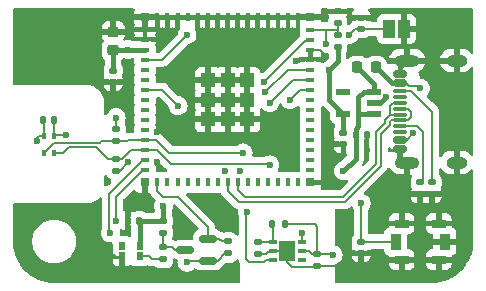
<source format=gbr>
%TF.GenerationSoftware,KiCad,Pcbnew,8.0.7*%
%TF.CreationDate,2025-10-25T23:35:46+02:00*%
%TF.ProjectId,VOCaware,564f4361-7761-4726-952e-6b696361645f,v1.0*%
%TF.SameCoordinates,Original*%
%TF.FileFunction,Copper,L1,Top*%
%TF.FilePolarity,Positive*%
%FSLAX46Y46*%
G04 Gerber Fmt 4.6, Leading zero omitted, Abs format (unit mm)*
G04 Created by KiCad (PCBNEW 8.0.7) date 2025-10-25 23:35:46*
%MOMM*%
%LPD*%
G01*
G04 APERTURE LIST*
G04 Aperture macros list*
%AMRoundRect*
0 Rectangle with rounded corners*
0 $1 Rounding radius*
0 $2 $3 $4 $5 $6 $7 $8 $9 X,Y pos of 4 corners*
0 Add a 4 corners polygon primitive as box body*
4,1,4,$2,$3,$4,$5,$6,$7,$8,$9,$2,$3,0*
0 Add four circle primitives for the rounded corners*
1,1,$1+$1,$2,$3*
1,1,$1+$1,$4,$5*
1,1,$1+$1,$6,$7*
1,1,$1+$1,$8,$9*
0 Add four rect primitives between the rounded corners*
20,1,$1+$1,$2,$3,$4,$5,0*
20,1,$1+$1,$4,$5,$6,$7,0*
20,1,$1+$1,$6,$7,$8,$9,0*
20,1,$1+$1,$8,$9,$2,$3,0*%
G04 Aperture macros list end*
%TA.AperFunction,SMDPad,CuDef*%
%ADD10RoundRect,0.140000X-0.170000X0.140000X-0.170000X-0.140000X0.170000X-0.140000X0.170000X0.140000X0*%
%TD*%
%TA.AperFunction,SMDPad,CuDef*%
%ADD11RoundRect,0.140000X0.140000X0.170000X-0.140000X0.170000X-0.140000X-0.170000X0.140000X-0.170000X0*%
%TD*%
%TA.AperFunction,SMDPad,CuDef*%
%ADD12R,1.000000X1.500000*%
%TD*%
%TA.AperFunction,SMDPad,CuDef*%
%ADD13RoundRect,0.135000X0.185000X-0.135000X0.185000X0.135000X-0.185000X0.135000X-0.185000X-0.135000X0*%
%TD*%
%TA.AperFunction,SMDPad,CuDef*%
%ADD14RoundRect,0.140000X-0.140000X-0.170000X0.140000X-0.170000X0.140000X0.170000X-0.140000X0.170000X0*%
%TD*%
%TA.AperFunction,SMDPad,CuDef*%
%ADD15RoundRect,0.135000X0.135000X0.185000X-0.135000X0.185000X-0.135000X-0.185000X0.135000X-0.185000X0*%
%TD*%
%TA.AperFunction,SMDPad,CuDef*%
%ADD16RoundRect,0.150000X0.587500X0.150000X-0.587500X0.150000X-0.587500X-0.150000X0.587500X-0.150000X0*%
%TD*%
%TA.AperFunction,SMDPad,CuDef*%
%ADD17R,0.750000X0.450000*%
%TD*%
%TA.AperFunction,SMDPad,CuDef*%
%ADD18R,1.350000X1.740000*%
%TD*%
%TA.AperFunction,SMDPad,CuDef*%
%ADD19RoundRect,0.225000X0.250000X-0.225000X0.250000X0.225000X-0.250000X0.225000X-0.250000X-0.225000X0*%
%TD*%
%TA.AperFunction,SMDPad,CuDef*%
%ADD20RoundRect,0.135000X-0.185000X0.135000X-0.185000X-0.135000X0.185000X-0.135000X0.185000X0.135000X0*%
%TD*%
%TA.AperFunction,SMDPad,CuDef*%
%ADD21RoundRect,0.150000X0.425000X-0.150000X0.425000X0.150000X-0.425000X0.150000X-0.425000X-0.150000X0*%
%TD*%
%TA.AperFunction,SMDPad,CuDef*%
%ADD22RoundRect,0.075000X0.500000X-0.075000X0.500000X0.075000X-0.500000X0.075000X-0.500000X-0.075000X0*%
%TD*%
%TA.AperFunction,ComponentPad*%
%ADD23O,2.100000X1.000000*%
%TD*%
%TA.AperFunction,ComponentPad*%
%ADD24O,1.800000X1.000000*%
%TD*%
%TA.AperFunction,SMDPad,CuDef*%
%ADD25R,1.150000X0.600000*%
%TD*%
%TA.AperFunction,SMDPad,CuDef*%
%ADD26R,0.950000X1.400000*%
%TD*%
%TA.AperFunction,SMDPad,CuDef*%
%ADD27R,1.150000X0.750000*%
%TD*%
%TA.AperFunction,SMDPad,CuDef*%
%ADD28RoundRect,0.140000X0.170000X-0.140000X0.170000X0.140000X-0.170000X0.140000X-0.170000X-0.140000X0*%
%TD*%
%TA.AperFunction,SMDPad,CuDef*%
%ADD29R,0.800000X0.400000*%
%TD*%
%TA.AperFunction,SMDPad,CuDef*%
%ADD30R,0.400000X0.800000*%
%TD*%
%TA.AperFunction,SMDPad,CuDef*%
%ADD31R,1.200000X1.200000*%
%TD*%
%TA.AperFunction,SMDPad,CuDef*%
%ADD32R,0.800000X0.800000*%
%TD*%
%TA.AperFunction,SMDPad,CuDef*%
%ADD33R,0.600000X0.700000*%
%TD*%
%TA.AperFunction,SMDPad,CuDef*%
%ADD34RoundRect,0.218750X-0.218750X-0.256250X0.218750X-0.256250X0.218750X0.256250X-0.218750X0.256250X0*%
%TD*%
%TA.AperFunction,SMDPad,CuDef*%
%ADD35R,0.300000X0.500000*%
%TD*%
%TA.AperFunction,ViaPad*%
%ADD36C,0.600000*%
%TD*%
%TA.AperFunction,Conductor*%
%ADD37C,0.400000*%
%TD*%
%TA.AperFunction,Conductor*%
%ADD38C,0.200000*%
%TD*%
%TA.AperFunction,Conductor*%
%ADD39C,0.150000*%
%TD*%
G04 APERTURE END LIST*
D10*
%TO.P,C6,1*%
%TO.N,EN*%
X121230000Y-72270000D03*
%TO.P,C6,2*%
%TO.N,GND*%
X121230000Y-73230000D03*
%TD*%
D11*
%TO.P,C10,1*%
%TO.N,+3V3*%
X95210000Y-61980000D03*
%TO.P,C10,2*%
%TO.N,GND*%
X94250000Y-61980000D03*
%TD*%
D12*
%TO.P,SW1,1,1*%
%TO.N,GND*%
X124880000Y-54230000D03*
%TO.P,SW1,2,2*%
%TO.N,IO0*%
X123580000Y-54230000D03*
%TD*%
D13*
%TO.P,R1,1*%
%TO.N,GND*%
X126230000Y-68230000D03*
%TO.P,R1,2*%
%TO.N,Net-(J1-CC1)*%
X126230000Y-67210000D03*
%TD*%
%TO.P,R7,1*%
%TO.N,+3V3*%
X119230000Y-55740000D03*
%TO.P,R7,2*%
%TO.N,EN*%
X119230000Y-54720000D03*
%TD*%
D14*
%TO.P,C4,1*%
%TO.N,+5V*%
X120750000Y-63230000D03*
%TO.P,C4,2*%
%TO.N,GND*%
X121710000Y-63230000D03*
%TD*%
D13*
%TO.P,R3,1*%
%TO.N,+3V3*%
X100480000Y-66240000D03*
%TO.P,R3,2*%
%TO.N,IO9_SCL0*%
X100480000Y-65220000D03*
%TD*%
D15*
%TO.P,R8,1*%
%TO.N,+3V3*%
X114740000Y-70780000D03*
%TO.P,R8,2*%
%TO.N,Net-(IC3-VDD)*%
X113720000Y-70780000D03*
%TD*%
D10*
%TO.P,C9,1*%
%TO.N,+3V3*%
X117480000Y-73300000D03*
%TO.P,C9,2*%
%TO.N,GND*%
X117480000Y-74260000D03*
%TD*%
D13*
%TO.P,R9,1*%
%TO.N,LED_SIG*%
X104480000Y-71490000D03*
%TO.P,R9,2*%
%TO.N,+5V*%
X104480000Y-70470000D03*
%TD*%
D16*
%TO.P,Q1,1,G*%
%TO.N,+3V3*%
X108230000Y-73880000D03*
%TO.P,Q1,2,S*%
%TO.N,IO12*%
X108230000Y-71980000D03*
%TO.P,Q1,3,D*%
%TO.N,LED_SIG*%
X106355000Y-72930000D03*
%TD*%
D17*
%TO.P,IC3,1,VDD*%
%TO.N,Net-(IC3-VDD)*%
X113730000Y-72230000D03*
%TO.P,IC3,2,VSS*%
%TO.N,GND*%
X113730000Y-73030000D03*
%TO.P,IC3,3,SDA*%
%TO.N,IO8_SDA0*%
X113730000Y-73830000D03*
%TO.P,IC3,4,N/A*%
%TO.N,unconnected-(IC3-N{slash}A-Pad4)*%
X116230000Y-73830000D03*
%TO.P,IC3,5,VDDH*%
%TO.N,+3V3*%
X116230000Y-73030000D03*
%TO.P,IC3,6,SCL*%
%TO.N,IO9_SCL0*%
X116230000Y-72230000D03*
D18*
%TO.P,IC3,7,EP*%
%TO.N,GND*%
X114980000Y-73030000D03*
%TD*%
D13*
%TO.P,R2,1*%
%TO.N,GND*%
X127230000Y-68230000D03*
%TO.P,R2,2*%
%TO.N,Net-(J1-CC2)*%
X127230000Y-67210000D03*
%TD*%
D10*
%TO.P,C5,1*%
%TO.N,+3V3*%
X119730000Y-63020000D03*
%TO.P,C5,2*%
%TO.N,GND*%
X119730000Y-63980000D03*
%TD*%
D19*
%TO.P,C1,1*%
%TO.N,+3V3*%
X100230000Y-56005000D03*
%TO.P,C1,2*%
%TO.N,GND*%
X100230000Y-54455000D03*
%TD*%
D20*
%TO.P,R5,1*%
%TO.N,+3V3*%
X100480000Y-62720000D03*
%TO.P,R5,2*%
%TO.N,IO8_SDA0*%
X100480000Y-63740000D03*
%TD*%
%TO.P,R11,1*%
%TO.N,LED_SIG*%
X104480000Y-72720000D03*
%TO.P,R11,2*%
%TO.N,Net-(LED1-DIN)*%
X104480000Y-73740000D03*
%TD*%
D10*
%TO.P,C8,1*%
%TO.N,Net-(IC3-VDD)*%
X112480000Y-72300000D03*
%TO.P,C8,2*%
%TO.N,GND*%
X112480000Y-73260000D03*
%TD*%
D21*
%TO.P,J1,A1,GND*%
%TO.N,GND*%
X124550000Y-64430000D03*
%TO.P,J1,A4,VBUS*%
%TO.N,Net-(F1-Pad2)*%
X124550000Y-63630000D03*
D22*
%TO.P,J1,A5,CC1*%
%TO.N,Net-(J1-CC1)*%
X124550000Y-62480000D03*
%TO.P,J1,A6,D+*%
%TO.N,USB_D+*%
X124550000Y-61480000D03*
%TO.P,J1,A7,D-*%
%TO.N,USB_D-*%
X124550000Y-60980000D03*
%TO.P,J1,A8,SBU1*%
%TO.N,unconnected-(J1-SBU1-PadA8)*%
X124550000Y-59980000D03*
D21*
%TO.P,J1,A9,VBUS*%
%TO.N,Net-(F1-Pad2)*%
X124550000Y-58830000D03*
%TO.P,J1,A12,GND*%
%TO.N,GND*%
X124550000Y-58030000D03*
%TO.P,J1,B1,GND*%
X124550000Y-58030000D03*
%TO.P,J1,B4,VBUS*%
%TO.N,Net-(F1-Pad2)*%
X124550000Y-58830000D03*
D22*
%TO.P,J1,B5,CC2*%
%TO.N,Net-(J1-CC2)*%
X124550000Y-59480000D03*
%TO.P,J1,B6,D+*%
%TO.N,USB_D+*%
X124550000Y-60480000D03*
%TO.P,J1,B7,D-*%
%TO.N,USB_D-*%
X124550000Y-61980000D03*
%TO.P,J1,B8,SBU2*%
%TO.N,unconnected-(J1-SBU2-PadB8)*%
X124550000Y-62980000D03*
D21*
%TO.P,J1,B9,VBUS*%
%TO.N,Net-(F1-Pad2)*%
X124550000Y-63630000D03*
%TO.P,J1,B12,GND*%
%TO.N,GND*%
X124550000Y-64430000D03*
D23*
%TO.P,J1,S1,SHIELD*%
X125125000Y-65550000D03*
D24*
X129305000Y-65550000D03*
D23*
X125125000Y-56910000D03*
D24*
X129305000Y-56910000D03*
%TD*%
D25*
%TO.P,IC2,1,VIN*%
%TO.N,+5V*%
X122280000Y-61430000D03*
%TO.P,IC2,2,GND*%
%TO.N,GND*%
X122280000Y-60480000D03*
%TO.P,IC2,3,EN*%
%TO.N,+5V*%
X122280000Y-59530000D03*
%TO.P,IC2,4,NC*%
%TO.N,unconnected-(IC2-NC-Pad4)*%
X119680000Y-59530000D03*
%TO.P,IC2,5,VOUT*%
%TO.N,+3V3*%
X119680000Y-61430000D03*
%TD*%
D26*
%TO.P,RST   .,1,COM*%
%TO.N,GND*%
X128305000Y-72230000D03*
%TO.P,RST   .,2,N.O.*%
%TO.N,EN*%
X124155000Y-72230000D03*
D27*
%TO.P,RST   .,G1,GND_1*%
%TO.N,GND*%
X127805000Y-70705000D03*
%TO.P,RST   .,G2,GND_2*%
X124655000Y-70705000D03*
%TO.P,RST   .,G3,GND_3*%
X124655000Y-73755000D03*
%TO.P,RST   .,G4,GND_4*%
X127805000Y-73755000D03*
%TD*%
D10*
%TO.P,C2,1*%
%TO.N,+3V3*%
X100230000Y-57750000D03*
%TO.P,C2,2*%
%TO.N,GND*%
X100230000Y-58710000D03*
%TD*%
D13*
%TO.P,R10,1*%
%TO.N,+3V3*%
X109980000Y-73240000D03*
%TO.P,R10,2*%
%TO.N,IO12*%
X109980000Y-72220000D03*
%TD*%
D28*
%TO.P,C3,1*%
%TO.N,EN*%
X119230000Y-53710000D03*
%TO.P,C3,2*%
%TO.N,GND*%
X119230000Y-52750000D03*
%TD*%
%TO.P,C7,1*%
%TO.N,IO0*%
X121230000Y-54230000D03*
%TO.P,C7,2*%
%TO.N,GND*%
X121230000Y-53270000D03*
%TD*%
D29*
%TO.P,IC1,1,GND_1*%
%TO.N,GND*%
X102930000Y-54280000D03*
%TO.P,IC1,2,GND_2*%
X102930000Y-55130000D03*
%TO.P,IC1,3,3V3*%
%TO.N,+3V3*%
X102930000Y-55980000D03*
%TO.P,IC1,4,IO0*%
%TO.N,IO0*%
X102930000Y-56830000D03*
%TO.P,IC1,5,IO1*%
%TO.N,IO1*%
X102930000Y-57680000D03*
%TO.P,IC1,6,IO2*%
%TO.N,IO2*%
X102930000Y-58530000D03*
%TO.P,IC1,7,IO3*%
%TO.N,IO3_S*%
X102930000Y-59380000D03*
%TO.P,IC1,8,IO4*%
%TO.N,unconnected-(IC1-IO4-Pad8)*%
X102930000Y-60230000D03*
%TO.P,IC1,9,IO5*%
%TO.N,unconnected-(IC1-IO5-Pad9)*%
X102930000Y-61080000D03*
%TO.P,IC1,10,IO6*%
%TO.N,unconnected-(IC1-IO6-Pad10)*%
X102930000Y-61930000D03*
%TO.P,IC1,11,IO7*%
%TO.N,unconnected-(IC1-IO7-Pad11)*%
X102930000Y-62780000D03*
%TO.P,IC1,12,IO8*%
%TO.N,IO8_SDA0*%
X102930000Y-63630000D03*
%TO.P,IC1,13,IO9*%
%TO.N,IO9_SCL0*%
X102930000Y-64480000D03*
%TO.P,IC1,14,IO10*%
%TO.N,IO10*%
X102930000Y-65330000D03*
%TO.P,IC1,15,IO11*%
%TO.N,IO11*%
X102930000Y-66180000D03*
D30*
%TO.P,IC1,16,IO12*%
%TO.N,IO12*%
X103980000Y-67230000D03*
%TO.P,IC1,17,IO13*%
%TO.N,unconnected-(IC1-IO13-Pad17)*%
X104830000Y-67230000D03*
%TO.P,IC1,18,IO14*%
%TO.N,unconnected-(IC1-IO14-Pad18)*%
X105680000Y-67230000D03*
%TO.P,IC1,19,IO15*%
%TO.N,unconnected-(IC1-IO15-Pad19)*%
X106530000Y-67230000D03*
%TO.P,IC1,20,IO16*%
%TO.N,unconnected-(IC1-IO16-Pad20)*%
X107380000Y-67230000D03*
%TO.P,IC1,21,IO17*%
%TO.N,unconnected-(IC1-IO17-Pad21)*%
X108230000Y-67230000D03*
%TO.P,IC1,22,IO18*%
%TO.N,unconnected-(IC1-IO18-Pad22)*%
X109080000Y-67230000D03*
%TO.P,IC1,23,IO19*%
%TO.N,USB_D-*%
X109930000Y-67230000D03*
%TO.P,IC1,24,IO20*%
%TO.N,USB_D+*%
X110780000Y-67230000D03*
%TO.P,IC1,25,IO21*%
%TO.N,unconnected-(IC1-IO21-Pad25)*%
X111630000Y-67230000D03*
%TO.P,IC1,26,IO26*%
%TO.N,unconnected-(IC1-IO26-Pad26)*%
X112480000Y-67230000D03*
%TO.P,IC1,27,IO47*%
%TO.N,unconnected-(IC1-IO47-Pad27)*%
X113330000Y-67230000D03*
%TO.P,IC1,28,IO33*%
%TO.N,unconnected-(IC1-IO33-Pad28)*%
X114180000Y-67230000D03*
%TO.P,IC1,29,IO34*%
%TO.N,unconnected-(IC1-IO34-Pad29)*%
X115030000Y-67230000D03*
%TO.P,IC1,30,IO48*%
%TO.N,unconnected-(IC1-IO48-Pad30)*%
X115880000Y-67230000D03*
D29*
%TO.P,IC1,31,IO35*%
%TO.N,unconnected-(IC1-IO35-Pad31)*%
X116930000Y-66180000D03*
%TO.P,IC1,32,IO36*%
%TO.N,unconnected-(IC1-IO36-Pad32)*%
X116930000Y-65330000D03*
%TO.P,IC1,33,IO37*%
%TO.N,unconnected-(IC1-IO37-Pad33)*%
X116930000Y-64480000D03*
%TO.P,IC1,34,IO38*%
%TO.N,unconnected-(IC1-IO38-Pad34)*%
X116930000Y-63630000D03*
%TO.P,IC1,35,IO39*%
%TO.N,unconnected-(IC1-IO39-Pad35)*%
X116930000Y-62780000D03*
%TO.P,IC1,36,IO40*%
%TO.N,unconnected-(IC1-IO40-Pad36)*%
X116930000Y-61930000D03*
%TO.P,IC1,37,IO41*%
%TO.N,unconnected-(IC1-IO41-Pad37)*%
X116930000Y-61080000D03*
%TO.P,IC1,38,IO42*%
%TO.N,unconnected-(IC1-IO42-Pad38)*%
X116930000Y-60230000D03*
%TO.P,IC1,39,TXD0*%
%TO.N,TXD0*%
X116930000Y-59380000D03*
%TO.P,IC1,40,RXD0*%
%TO.N,RXD0*%
X116930000Y-58530000D03*
%TO.P,IC1,41,IO45*%
%TO.N,I045_S*%
X116930000Y-57680000D03*
%TO.P,IC1,42,GND_3*%
%TO.N,GND*%
X116930000Y-56830000D03*
%TO.P,IC1,43,GND_4*%
X116930000Y-55980000D03*
%TO.P,IC1,44,IO46*%
%TO.N,I046_S*%
X116930000Y-55130000D03*
%TO.P,IC1,45,EN*%
%TO.N,EN*%
X116930000Y-54280000D03*
D30*
%TO.P,IC1,46,GND_5*%
%TO.N,GND*%
X115880000Y-53230000D03*
%TO.P,IC1,47,GND_6*%
X115030000Y-53230000D03*
%TO.P,IC1,48,GND_7*%
X114180000Y-53230000D03*
%TO.P,IC1,49,GND_8*%
X113330000Y-53230000D03*
%TO.P,IC1,50,GND_9*%
X112480000Y-53230000D03*
%TO.P,IC1,51,GND_10*%
X111630000Y-53230000D03*
%TO.P,IC1,52,GND_11*%
X110780000Y-53230000D03*
%TO.P,IC1,53,GND_12*%
X109930000Y-53230000D03*
%TO.P,IC1,54,GND_13*%
X109080000Y-53230000D03*
%TO.P,IC1,55,GND_14*%
X108230000Y-53230000D03*
%TO.P,IC1,56,GND_15*%
X107380000Y-53230000D03*
%TO.P,IC1,57,GND_16*%
X106530000Y-53230000D03*
%TO.P,IC1,58,GND_17*%
X105680000Y-53230000D03*
%TO.P,IC1,59,GND_18*%
X104830000Y-53230000D03*
%TO.P,IC1,60,GND_19*%
X103980000Y-53230000D03*
D31*
%TO.P,IC1,61,GND_20*%
X109930000Y-60230000D03*
D32*
%TO.P,IC1,62,GND_21*%
X102930000Y-53230000D03*
%TO.P,IC1,63,GND_22*%
X102930000Y-67230000D03*
%TO.P,IC1,64,GND_23*%
X116930000Y-67230000D03*
%TO.P,IC1,65,GND_24*%
X116930000Y-53230000D03*
D31*
%TO.P,IC1,66,GND_25*%
X108280000Y-58580000D03*
%TO.P,IC1,67,GND_26*%
X108280000Y-60230000D03*
%TO.P,IC1,68,GND_27*%
X108280000Y-61880000D03*
%TO.P,IC1,69,GND_28*%
X109930000Y-61880000D03*
%TO.P,IC1,70,GND_29*%
X111580000Y-61880000D03*
%TO.P,IC1,71,GND_30*%
X111580000Y-60230000D03*
%TO.P,IC1,72,GND_31*%
X111580000Y-58580000D03*
%TO.P,IC1,73,GND_32*%
X109930000Y-58580000D03*
%TD*%
D33*
%TO.P,LED1,1,VDD*%
%TO.N,+5V*%
X102480000Y-72580000D03*
%TO.P,LED1,2,DOUT*%
%TO.N,unconnected-(LED1-DOUT-Pad2)*%
X100980000Y-72580000D03*
%TO.P,LED1,3,GND*%
%TO.N,GND*%
X100980000Y-73480000D03*
%TO.P,LED1,4,DIN*%
%TO.N,Net-(LED1-DIN)*%
X102480000Y-73480000D03*
%TD*%
D11*
%TO.P,C11,1*%
%TO.N,+5V*%
X102440000Y-70480000D03*
%TO.P,C11,2*%
%TO.N,GND*%
X101480000Y-70480000D03*
%TD*%
D34*
%TO.P,F1,1*%
%TO.N,+5V*%
X120905000Y-57480000D03*
%TO.P,F1,2*%
%TO.N,Net-(F1-Pad2)*%
X122480000Y-57480000D03*
%TD*%
D35*
%TO.P,U1,1,SDA*%
%TO.N,IO8_SDA0*%
X94380000Y-64730000D03*
%TO.P,U1,2,SCL*%
%TO.N,IO9_SCL0*%
X95180000Y-64730000D03*
%TO.P,U1,3,VDD*%
%TO.N,+3V3*%
X95180000Y-63330000D03*
%TO.P,U1,4,VSS*%
%TO.N,GND*%
X94380000Y-63330000D03*
%TD*%
D36*
%TO.N,GND*%
X111500000Y-57000000D03*
X105750000Y-58250000D03*
X98500000Y-57250000D03*
X108250000Y-57000000D03*
X129750000Y-67250000D03*
X99780000Y-67227018D03*
X109730000Y-66230000D03*
X98750000Y-74500000D03*
X110980000Y-66230000D03*
X105980000Y-70480000D03*
X121730000Y-64480000D03*
X103980000Y-62980000D03*
X123319240Y-60015696D03*
X103980000Y-65480000D03*
X119750000Y-72250000D03*
X108500000Y-75250000D03*
X92750000Y-58000000D03*
X129250000Y-61250000D03*
X110000000Y-57000000D03*
X108730000Y-69730000D03*
X93750000Y-63750000D03*
X129000000Y-54500000D03*
X118230000Y-56480000D03*
X92750000Y-53250000D03*
X100230000Y-53230000D03*
X106750000Y-60250000D03*
X98250000Y-70000000D03*
X121230000Y-74230000D03*
X102980000Y-68730000D03*
X115730000Y-56980000D03*
X123000000Y-67750000D03*
X119250000Y-67250000D03*
X100230000Y-60230000D03*
%TO.N,+3V3*%
X101480000Y-55980000D03*
X96250000Y-63250000D03*
X118855000Y-73355000D03*
X106480000Y-73980000D03*
X118480000Y-57730000D03*
X100480000Y-61730000D03*
X101529265Y-65529265D03*
%TO.N,EN*%
X118230000Y-55480000D03*
X121230000Y-68980000D03*
%TO.N,IO0*%
X106480000Y-54730000D03*
X120230000Y-54730000D03*
%TO.N,+5V*%
X119730000Y-66230000D03*
X104480000Y-69230000D03*
%TO.N,RXD0*%
X113480000Y-60480000D03*
%TO.N,IO9_SCL0*%
X116230000Y-71480000D03*
X113480000Y-65730000D03*
%TO.N,IO3_S*%
X105730000Y-60730000D03*
%TO.N,I046_S*%
X112980000Y-58730000D03*
%TO.N,IO11*%
X100480000Y-70480000D03*
%TO.N,IO10*%
X99980000Y-71480000D03*
%TO.N,I045_S*%
X113105000Y-59605000D03*
%TO.N,TXD0*%
X115230000Y-60230000D03*
%TO.N,IO8_SDA0*%
X111230000Y-64730000D03*
X111580000Y-69730000D03*
%TO.N,Net-(F1-Pad2)*%
X125625000Y-63080000D03*
X126230000Y-59230000D03*
%TD*%
D37*
%TO.N,GND*%
X124550000Y-57485000D02*
X125125000Y-56910000D01*
D38*
X113200000Y-73260000D02*
X112480000Y-73260000D01*
X117730000Y-55980000D02*
X116930000Y-55980000D01*
X121200000Y-74260000D02*
X121230000Y-74230000D01*
X113730000Y-73030000D02*
X114980000Y-73030000D01*
D37*
X122280000Y-60480000D02*
X122854936Y-60480000D01*
D38*
X113430000Y-73030000D02*
X113200000Y-73260000D01*
X117480000Y-74260000D02*
X121200000Y-74260000D01*
D39*
X93920000Y-63330000D02*
X94380000Y-63330000D01*
D38*
X113730000Y-73030000D02*
X113430000Y-73030000D01*
D37*
X124550000Y-58030000D02*
X124550000Y-57485000D01*
D39*
X93750000Y-63750000D02*
X93750000Y-63500000D01*
D37*
X122854936Y-60480000D02*
X123319240Y-60015696D01*
D38*
X118230000Y-56480000D02*
X117730000Y-55980000D01*
X115355000Y-74355000D02*
X114980000Y-73980000D01*
X102930000Y-68680000D02*
X102980000Y-68730000D01*
D37*
X100230000Y-60230000D02*
X100230000Y-58710000D01*
D39*
X94380000Y-63330000D02*
X94380000Y-62110000D01*
D38*
X117480000Y-74260000D02*
X117385000Y-74355000D01*
X117385000Y-74355000D02*
X115355000Y-74355000D01*
X102930000Y-67230000D02*
X102930000Y-68680000D01*
X121230000Y-73230000D02*
X121230000Y-74230000D01*
D39*
X93750000Y-63500000D02*
X93920000Y-63330000D01*
D38*
X114980000Y-73980000D02*
X114980000Y-73030000D01*
D39*
X94380000Y-62110000D02*
X94250000Y-61980000D01*
D37*
%TO.N,+3V3*%
X118480000Y-60230000D02*
X119680000Y-61430000D01*
D38*
X117480000Y-73300000D02*
X117050000Y-73300000D01*
D37*
X101480000Y-55980000D02*
X100255000Y-55980000D01*
D38*
X118855000Y-73355000D02*
X118800000Y-73300000D01*
X101529265Y-65529265D02*
X100818530Y-66240000D01*
X109980000Y-73240000D02*
X109720000Y-73240000D01*
X108230000Y-73880000D02*
X106580000Y-73880000D01*
X118800000Y-73300000D02*
X117480000Y-73300000D01*
X100818530Y-66240000D02*
X100480000Y-66240000D01*
D37*
X118480000Y-57730000D02*
X118480000Y-60230000D01*
D39*
X95180000Y-62160000D02*
X95210000Y-62130000D01*
D37*
X100255000Y-55980000D02*
X100230000Y-56005000D01*
D38*
X116780000Y-73030000D02*
X116230000Y-73030000D01*
X109720000Y-73240000D02*
X109080000Y-73880000D01*
D37*
X119230000Y-55740000D02*
X119230000Y-56980000D01*
D38*
X100480000Y-61730000D02*
X100480000Y-62720000D01*
X117050000Y-73300000D02*
X116780000Y-73030000D01*
X106580000Y-73880000D02*
X106480000Y-73980000D01*
D37*
X119730000Y-63020000D02*
X119730000Y-61480000D01*
D39*
X95180000Y-63330000D02*
X95180000Y-62010000D01*
D37*
X102930000Y-55980000D02*
X101480000Y-55980000D01*
D38*
X109080000Y-73880000D02*
X108230000Y-73880000D01*
D37*
X119730000Y-61480000D02*
X119680000Y-61430000D01*
X119230000Y-56980000D02*
X118480000Y-57730000D01*
D39*
X95180000Y-62010000D02*
X95210000Y-61980000D01*
D38*
X114740000Y-70780000D02*
X117280000Y-70780000D01*
D37*
X100230000Y-56005000D02*
X100230000Y-57750000D01*
D39*
X95260000Y-63250000D02*
X95180000Y-63330000D01*
X96250000Y-63250000D02*
X95260000Y-63250000D01*
D38*
X117280000Y-70780000D02*
X117480000Y-70980000D01*
X117480000Y-70980000D02*
X117480000Y-73300000D01*
%TO.N,EN*%
X119180000Y-54280000D02*
X119230000Y-54230000D01*
X124155000Y-72230000D02*
X121270000Y-72230000D01*
X117800000Y-54280000D02*
X119180000Y-54280000D01*
X121230000Y-72270000D02*
X121230000Y-68980000D01*
X116930000Y-54280000D02*
X117800000Y-54280000D01*
X119230000Y-54230000D02*
X119230000Y-53710000D01*
X121270000Y-72230000D02*
X121230000Y-72270000D01*
X119230000Y-53710000D02*
X119230000Y-54720000D01*
X118230000Y-54280000D02*
X118230000Y-55480000D01*
%TO.N,IO0*%
X104380000Y-56830000D02*
X102930000Y-56830000D01*
X106480000Y-54730000D02*
X104380000Y-56830000D01*
X123580000Y-54230000D02*
X121230000Y-54230000D01*
X120730000Y-54230000D02*
X120230000Y-54730000D01*
X121230000Y-54230000D02*
X120730000Y-54230000D01*
%TO.N,Net-(IC3-VDD)*%
X113730000Y-72230000D02*
X112550000Y-72230000D01*
X113730000Y-70790000D02*
X113720000Y-70780000D01*
X113730000Y-72230000D02*
X113730000Y-70790000D01*
X112550000Y-72230000D02*
X112480000Y-72300000D01*
D37*
%TO.N,+5V*%
X120980000Y-59980000D02*
X120980000Y-62480000D01*
X120750000Y-62710000D02*
X120750000Y-63230000D01*
X120750000Y-63230000D02*
X120750000Y-65210000D01*
D38*
X102480000Y-70520000D02*
X102440000Y-70480000D01*
D37*
X122280000Y-61430000D02*
X121030000Y-61430000D01*
X104480000Y-69230000D02*
X104480000Y-70470000D01*
X102480000Y-72580000D02*
X102480000Y-70520000D01*
D38*
X104470000Y-70480000D02*
X104480000Y-70470000D01*
D37*
X121430000Y-59530000D02*
X120980000Y-59980000D01*
X120750000Y-65210000D02*
X119730000Y-66230000D01*
X122280000Y-58855000D02*
X120905000Y-57480000D01*
X122280000Y-59530000D02*
X121430000Y-59530000D01*
X120980000Y-62480000D02*
X120750000Y-62710000D01*
X102440000Y-70480000D02*
X104470000Y-70480000D01*
X121030000Y-61430000D02*
X120980000Y-61480000D01*
X122280000Y-59530000D02*
X122280000Y-58855000D01*
D38*
%TO.N,IO12*%
X103980000Y-67980000D02*
X104480000Y-68480000D01*
X105730000Y-68480000D02*
X108230000Y-70980000D01*
X104480000Y-68480000D02*
X105730000Y-68480000D01*
X109980000Y-72220000D02*
X109470000Y-72220000D01*
X109230000Y-71980000D02*
X108230000Y-71980000D01*
X109470000Y-72220000D02*
X109230000Y-71980000D01*
X108230000Y-70980000D02*
X108230000Y-71980000D01*
X103980000Y-67230000D02*
X103980000Y-67980000D01*
%TO.N,RXD0*%
X115430000Y-58530000D02*
X116930000Y-58530000D01*
X113480000Y-60480000D02*
X115430000Y-58530000D01*
%TO.N,USB_D-*%
X109930000Y-67930000D02*
X109930000Y-67230000D01*
X123730000Y-61980000D02*
X123630000Y-62080000D01*
X123630000Y-62395686D02*
X122880000Y-63145686D01*
X124550000Y-61980000D02*
X123730000Y-61980000D01*
X122880000Y-63145686D02*
X122880000Y-65827486D01*
X119827486Y-68880000D02*
X110880000Y-68880000D01*
X125425000Y-61712410D02*
X125425000Y-61247590D01*
X122880000Y-65827486D02*
X119827486Y-68880000D01*
X124550000Y-61980000D02*
X125157410Y-61980000D01*
X110880000Y-68880000D02*
X109930000Y-67930000D01*
X125157410Y-60980000D02*
X124550000Y-60980000D01*
X125157410Y-61980000D02*
X125425000Y-61712410D01*
X123630000Y-62080000D02*
X123630000Y-62395686D01*
X125425000Y-61247590D02*
X125157410Y-60980000D01*
%TO.N,IO9_SCL0*%
X102930000Y-64480000D02*
X103980000Y-64480000D01*
X104480000Y-64980000D02*
X105130000Y-65630000D01*
D39*
X96480000Y-64230000D02*
X98765499Y-64230000D01*
D38*
X101730000Y-64480000D02*
X100990000Y-65220000D01*
D39*
X95980000Y-64730000D02*
X96480000Y-64230000D01*
D38*
X103980000Y-64480000D02*
X104480000Y-64980000D01*
D39*
X98765499Y-64230000D02*
X99755499Y-65220000D01*
D38*
X102930000Y-64480000D02*
X101730000Y-64480000D01*
D39*
X95180000Y-64730000D02*
X95980000Y-64730000D01*
D38*
X100990000Y-65220000D02*
X100480000Y-65220000D01*
X105130000Y-65630000D02*
X113380000Y-65630000D01*
D39*
X99755499Y-65220000D02*
X100480000Y-65220000D01*
D38*
X113380000Y-65630000D02*
X113480000Y-65730000D01*
X116230000Y-71480000D02*
X116230000Y-72230000D01*
%TO.N,USB_D+*%
X124550000Y-60480000D02*
X123942590Y-60480000D01*
X122480000Y-65661800D02*
X119661800Y-68480000D01*
X124550000Y-61480000D02*
X123730000Y-61480000D01*
X123942590Y-60480000D02*
X123675000Y-60747590D01*
X123230000Y-62230000D02*
X122480000Y-62980000D01*
X123230000Y-61914314D02*
X123230000Y-62230000D01*
X119661800Y-68480000D02*
X111429999Y-68480000D01*
X123675000Y-60747590D02*
X123675000Y-61425000D01*
X123730000Y-61480000D02*
X123664314Y-61480000D01*
X111429999Y-68480000D02*
X110780000Y-67830001D01*
X110780000Y-67830001D02*
X110780000Y-67230000D01*
X122480000Y-62980000D02*
X122480000Y-65661800D01*
X123664314Y-61480000D02*
X123230000Y-61914314D01*
X123675000Y-61425000D02*
X123730000Y-61480000D01*
%TO.N,IO3_S*%
X104380000Y-59380000D02*
X105730000Y-60730000D01*
X102930000Y-59380000D02*
X104380000Y-59380000D01*
%TO.N,I046_S*%
X116580000Y-55130000D02*
X116930000Y-55130000D01*
X112980000Y-58730000D02*
X116580000Y-55130000D01*
%TO.N,IO11*%
X100480000Y-68430000D02*
X100480000Y-70480000D01*
X102730000Y-66180000D02*
X100480000Y-68430000D01*
X102930000Y-66180000D02*
X102730000Y-66180000D01*
%TO.N,IO10*%
X102930000Y-65330000D02*
X102730000Y-65330000D01*
X99880000Y-71380000D02*
X99980000Y-71480000D01*
X102730000Y-65330000D02*
X99880000Y-68180000D01*
X99880000Y-68180000D02*
X99880000Y-71380000D01*
%TO.N,I045_S*%
X115030000Y-57680000D02*
X116930000Y-57680000D01*
X113105000Y-59605000D02*
X115030000Y-57680000D01*
%TO.N,TXD0*%
X116080000Y-59380000D02*
X116930000Y-59380000D01*
X115230000Y-60230000D02*
X116080000Y-59380000D01*
D39*
%TO.N,IO8_SDA0*%
X99080000Y-63880000D02*
X99230000Y-63730000D01*
D38*
X103880000Y-63630000D02*
X102930000Y-63630000D01*
X111730000Y-73980000D02*
X111480000Y-73730000D01*
X102930000Y-63630000D02*
X101500000Y-63630000D01*
X104980000Y-64730000D02*
X103880000Y-63630000D01*
D39*
X94380000Y-64730000D02*
X95230000Y-63880000D01*
D38*
X111480000Y-69830000D02*
X111580000Y-69730000D01*
X111230000Y-64730000D02*
X104980000Y-64730000D01*
D39*
X99230000Y-63730000D02*
X100470000Y-63730000D01*
D38*
X112980000Y-73980000D02*
X111730000Y-73980000D01*
D39*
X95230000Y-63880000D02*
X99080000Y-63880000D01*
D38*
X113130000Y-73830000D02*
X112980000Y-73980000D01*
D39*
X100470000Y-63730000D02*
X100480000Y-63740000D01*
D38*
X111480000Y-73730000D02*
X111480000Y-69830000D01*
X113730000Y-73830000D02*
X113130000Y-73830000D01*
X101390000Y-63740000D02*
X100480000Y-63740000D01*
X101500000Y-63630000D02*
X101390000Y-63740000D01*
D37*
%TO.N,Net-(F1-Pad2)*%
X124550000Y-58830000D02*
X123830000Y-58830000D01*
D38*
X126080000Y-59080000D02*
X125257410Y-59080000D01*
D37*
X123830000Y-58830000D02*
X122480000Y-57480000D01*
D38*
X126230000Y-59230000D02*
X126080000Y-59080000D01*
X124550000Y-63630000D02*
X125075000Y-63630000D01*
X125007410Y-58830000D02*
X124550000Y-58830000D01*
X125075000Y-63630000D02*
X125625000Y-63080000D01*
X125257410Y-59080000D02*
X125007410Y-58830000D01*
%TO.N,Net-(J1-CC1)*%
X124550000Y-62480000D02*
X125980000Y-62480000D01*
X125980000Y-62480000D02*
X126475000Y-62975000D01*
X126475000Y-66965000D02*
X126230000Y-67210000D01*
X126475000Y-62975000D02*
X126475000Y-66965000D01*
%TO.N,Net-(J1-CC2)*%
X127230000Y-61230000D02*
X127230000Y-67210000D01*
X124550000Y-59480000D02*
X125480000Y-59480000D01*
X125480000Y-59480000D02*
X127230000Y-61230000D01*
%TO.N,Net-(LED1-DIN)*%
X104480000Y-73740000D02*
X103490000Y-73740000D01*
X103490000Y-73740000D02*
X103230000Y-73480000D01*
X103230000Y-73480000D02*
X102480000Y-73480000D01*
%TO.N,LED_SIG*%
X104480000Y-72720000D02*
X104480000Y-71490000D01*
X106355000Y-72930000D02*
X105430000Y-72930000D01*
X105220000Y-72720000D02*
X104480000Y-72720000D01*
X105430000Y-72930000D02*
X105220000Y-72720000D01*
%TD*%
%TA.AperFunction,Conductor*%
%TO.N,GND*%
G36*
X99249212Y-68522877D02*
G01*
X99278238Y-68586433D01*
X99279500Y-68604081D01*
X99279500Y-71054507D01*
X99260494Y-71120478D01*
X99254209Y-71130479D01*
X99194633Y-71300737D01*
X99194630Y-71300750D01*
X99174435Y-71479996D01*
X99174435Y-71480003D01*
X99194630Y-71659249D01*
X99194631Y-71659254D01*
X99254211Y-71829523D01*
X99338000Y-71962872D01*
X99350184Y-71982262D01*
X99477738Y-72109816D01*
X99562042Y-72162788D01*
X99609172Y-72192402D01*
X99630478Y-72205789D01*
X99708334Y-72233032D01*
X99800745Y-72265368D01*
X99800750Y-72265369D01*
X99979996Y-72285565D01*
X99980000Y-72285565D01*
X99980001Y-72285565D01*
X99988324Y-72284627D01*
X100041617Y-72278622D01*
X100110437Y-72290676D01*
X100161817Y-72338024D01*
X100179500Y-72401842D01*
X100179500Y-72977869D01*
X100179501Y-72977880D01*
X100183931Y-73019093D01*
X100183931Y-73045596D01*
X100180000Y-73082165D01*
X100180000Y-73230000D01*
X100217306Y-73230000D01*
X100284345Y-73249685D01*
X100316570Y-73279686D01*
X100322454Y-73287546D01*
X100322455Y-73287546D01*
X100322456Y-73287548D01*
X100437664Y-73373793D01*
X100437671Y-73373797D01*
X100437674Y-73373798D01*
X100572517Y-73424091D01*
X100632127Y-73430500D01*
X100879139Y-73430499D01*
X100946176Y-73450183D01*
X100966818Y-73466818D01*
X100980000Y-73480000D01*
X101106000Y-73480000D01*
X101173039Y-73499685D01*
X101218794Y-73552489D01*
X101230000Y-73604000D01*
X101230000Y-74330000D01*
X101327828Y-74330000D01*
X101327844Y-74329999D01*
X101387372Y-74323598D01*
X101387379Y-74323596D01*
X101522086Y-74273354D01*
X101522093Y-74273350D01*
X101637187Y-74187190D01*
X101641962Y-74182416D01*
X101703285Y-74148931D01*
X101772977Y-74153915D01*
X101817324Y-74182416D01*
X101822455Y-74187547D01*
X101937664Y-74273793D01*
X101937671Y-74273797D01*
X101982618Y-74290561D01*
X102072517Y-74324091D01*
X102132127Y-74330500D01*
X102827872Y-74330499D01*
X102887483Y-74324091D01*
X103022331Y-74273796D01*
X103040119Y-74260479D01*
X103105578Y-74236061D01*
X103173852Y-74250910D01*
X103176413Y-74252348D01*
X103258216Y-74299577D01*
X103410943Y-74340501D01*
X103410945Y-74340501D01*
X103576654Y-74340501D01*
X103576670Y-74340500D01*
X103810404Y-74340500D01*
X103877443Y-74360185D01*
X103898085Y-74376819D01*
X103902396Y-74381130D01*
X103902400Y-74381133D01*
X103902402Y-74381135D01*
X104040607Y-74462869D01*
X104081268Y-74474682D01*
X104194791Y-74507664D01*
X104194794Y-74507664D01*
X104194796Y-74507665D01*
X104230819Y-74510500D01*
X104729180Y-74510499D01*
X104765204Y-74507665D01*
X104919393Y-74462869D01*
X105057598Y-74381135D01*
X105171135Y-74267598D01*
X105252869Y-74129393D01*
X105288385Y-74007145D01*
X105297664Y-73975208D01*
X105297665Y-73975202D01*
X105298635Y-73962879D01*
X105300500Y-73939181D01*
X105300499Y-73776952D01*
X105320183Y-73709915D01*
X105372987Y-73664160D01*
X105442145Y-73654216D01*
X105487616Y-73670220D01*
X105507102Y-73681744D01*
X105601349Y-73709125D01*
X105660233Y-73746730D01*
X105689440Y-73810203D01*
X105689973Y-73842084D01*
X105674435Y-73979995D01*
X105674435Y-73980003D01*
X105694630Y-74159249D01*
X105694631Y-74159254D01*
X105754211Y-74329523D01*
X105837999Y-74462870D01*
X105850184Y-74482262D01*
X105977738Y-74609816D01*
X106130478Y-74705789D01*
X106300745Y-74765368D01*
X106300750Y-74765369D01*
X106479996Y-74785565D01*
X106480000Y-74785565D01*
X106480004Y-74785565D01*
X106659249Y-74765369D01*
X106659252Y-74765368D01*
X106659255Y-74765368D01*
X106829522Y-74705789D01*
X106982262Y-74609816D01*
X107054637Y-74537440D01*
X107115956Y-74503958D01*
X107185648Y-74508942D01*
X107229996Y-74537443D01*
X107240629Y-74548076D01*
X107240633Y-74548079D01*
X107240635Y-74548081D01*
X107382102Y-74631744D01*
X107423724Y-74643836D01*
X107539926Y-74677597D01*
X107539929Y-74677597D01*
X107539931Y-74677598D01*
X107576806Y-74680500D01*
X107576814Y-74680500D01*
X108883186Y-74680500D01*
X108883194Y-74680500D01*
X108920069Y-74677598D01*
X108920071Y-74677597D01*
X108920073Y-74677597D01*
X108961691Y-74665505D01*
X109077898Y-74631744D01*
X109219365Y-74548081D01*
X109335581Y-74431865D01*
X109335582Y-74431862D01*
X109338297Y-74429148D01*
X109363981Y-74409441D01*
X109398388Y-74389577D01*
X109448709Y-74360524D01*
X109448708Y-74360524D01*
X109448716Y-74360520D01*
X109560520Y-74248716D01*
X109560520Y-74248714D01*
X109570724Y-74238511D01*
X109570728Y-74238506D01*
X109762416Y-74046818D01*
X109823739Y-74013333D01*
X109850097Y-74010499D01*
X110229168Y-74010499D01*
X110229180Y-74010499D01*
X110265204Y-74007665D01*
X110419393Y-73962869D01*
X110557598Y-73881135D01*
X110671135Y-73767598D01*
X110671136Y-73767595D01*
X110674836Y-73763896D01*
X110736159Y-73730411D01*
X110805851Y-73735395D01*
X110861785Y-73777266D01*
X110882292Y-73819481D01*
X110920423Y-73961785D01*
X110920424Y-73961788D01*
X110921049Y-73962870D01*
X110921053Y-73962876D01*
X110963387Y-74036201D01*
X110980000Y-74098200D01*
X110980000Y-75605500D01*
X110960315Y-75672539D01*
X110907511Y-75718294D01*
X110856000Y-75729500D01*
X95233051Y-75729500D01*
X95226968Y-75729351D01*
X95206900Y-75728365D01*
X94893071Y-75712947D01*
X94880962Y-75711754D01*
X94553305Y-75663151D01*
X94541369Y-75660777D01*
X94220055Y-75580292D01*
X94208411Y-75576759D01*
X93896540Y-75465170D01*
X93885301Y-75460515D01*
X93585844Y-75318883D01*
X93575121Y-75313150D01*
X93291011Y-75142862D01*
X93280893Y-75136102D01*
X93014829Y-74938775D01*
X93005423Y-74931055D01*
X92844899Y-74785565D01*
X92759986Y-74708604D01*
X92751395Y-74700013D01*
X92528944Y-74454576D01*
X92521224Y-74445170D01*
X92435454Y-74329523D01*
X92323895Y-74179103D01*
X92317137Y-74168988D01*
X92146844Y-73884871D01*
X92141120Y-73874163D01*
X91999479Y-73574688D01*
X91994829Y-73563459D01*
X91984379Y-73534254D01*
X91912067Y-73332155D01*
X91883240Y-73251588D01*
X91879707Y-73239944D01*
X91799219Y-72918617D01*
X91796848Y-72906694D01*
X91796298Y-72902989D01*
X91761203Y-72666395D01*
X91748245Y-72579037D01*
X91747052Y-72566927D01*
X91744786Y-72520811D01*
X91730649Y-72233032D01*
X91730500Y-72226948D01*
X91730500Y-72108711D01*
X93379500Y-72108711D01*
X93379500Y-72351288D01*
X93411161Y-72591785D01*
X93473947Y-72826104D01*
X93566773Y-73050205D01*
X93566777Y-73050214D01*
X93572320Y-73059815D01*
X93688064Y-73260289D01*
X93688066Y-73260292D01*
X93688067Y-73260293D01*
X93835733Y-73452736D01*
X93835739Y-73452743D01*
X94007256Y-73624260D01*
X94007263Y-73624266D01*
X94046295Y-73654216D01*
X94199711Y-73771936D01*
X94409788Y-73893224D01*
X94605269Y-73974195D01*
X94619291Y-73980003D01*
X94633900Y-73986054D01*
X94868211Y-74048838D01*
X95044800Y-74072086D01*
X95108711Y-74080500D01*
X95108712Y-74080500D01*
X95351289Y-74080500D01*
X95413339Y-74072331D01*
X95591789Y-74048838D01*
X95826100Y-73986054D01*
X96050212Y-73893224D01*
X96076851Y-73877844D01*
X100180000Y-73877844D01*
X100186401Y-73937372D01*
X100186403Y-73937379D01*
X100236645Y-74072086D01*
X100236649Y-74072093D01*
X100322809Y-74187187D01*
X100322812Y-74187190D01*
X100437906Y-74273350D01*
X100437913Y-74273354D01*
X100572620Y-74323596D01*
X100572627Y-74323598D01*
X100632155Y-74329999D01*
X100632172Y-74330000D01*
X100730000Y-74330000D01*
X100730000Y-73730000D01*
X100180000Y-73730000D01*
X100180000Y-73877844D01*
X96076851Y-73877844D01*
X96260289Y-73771936D01*
X96452738Y-73624265D01*
X96624265Y-73452738D01*
X96771936Y-73260289D01*
X96893224Y-73050212D01*
X96986054Y-72826100D01*
X97048838Y-72591789D01*
X97080500Y-72351288D01*
X97080500Y-72108712D01*
X97048838Y-71868211D01*
X96986054Y-71633900D01*
X96984231Y-71629500D01*
X96963728Y-71580000D01*
X96893224Y-71409788D01*
X96771936Y-71199711D01*
X96695891Y-71100607D01*
X96624266Y-71007263D01*
X96624260Y-71007256D01*
X96452743Y-70835739D01*
X96452736Y-70835733D01*
X96260293Y-70688067D01*
X96260292Y-70688066D01*
X96260289Y-70688064D01*
X96050212Y-70566776D01*
X96050205Y-70566773D01*
X95826104Y-70473947D01*
X95591785Y-70411161D01*
X95351289Y-70379500D01*
X95351288Y-70379500D01*
X95108712Y-70379500D01*
X95108711Y-70379500D01*
X94868214Y-70411161D01*
X94633895Y-70473947D01*
X94409794Y-70566773D01*
X94409785Y-70566777D01*
X94199706Y-70688067D01*
X94007263Y-70835733D01*
X94007256Y-70835739D01*
X93835739Y-71007256D01*
X93835733Y-71007263D01*
X93688067Y-71199706D01*
X93566777Y-71409785D01*
X93566773Y-71409794D01*
X93473947Y-71633895D01*
X93411161Y-71868214D01*
X93379500Y-72108711D01*
X91730500Y-72108711D01*
X91730500Y-69104000D01*
X91750185Y-69036961D01*
X91802989Y-68991206D01*
X91854500Y-68980000D01*
X94126163Y-68980000D01*
X94136979Y-68980500D01*
X94137290Y-68980500D01*
X98087315Y-68980500D01*
X98087318Y-68980500D01*
X98087320Y-68980499D01*
X98089887Y-68980316D01*
X98098735Y-68980000D01*
X98234827Y-68980000D01*
X98285512Y-68952323D01*
X98294228Y-68950751D01*
X98298140Y-68950188D01*
X98299769Y-68949954D01*
X98505710Y-68889484D01*
X98505713Y-68889482D01*
X98505715Y-68889482D01*
X98700938Y-68800327D01*
X98700944Y-68800323D01*
X98700950Y-68800321D01*
X98881513Y-68684281D01*
X99043724Y-68543724D01*
X99061786Y-68522878D01*
X99120564Y-68485104D01*
X99190434Y-68485104D01*
X99249212Y-68522877D01*
G37*
%TD.AperFunction*%
%TA.AperFunction,Conductor*%
G36*
X125375000Y-66550000D02*
G01*
X125399772Y-66550000D01*
X125466811Y-66569685D01*
X125512566Y-66622489D01*
X125522510Y-66691647D01*
X125506504Y-66737121D01*
X125457131Y-66820605D01*
X125457129Y-66820611D01*
X125412335Y-66974791D01*
X125412334Y-66974797D01*
X125409500Y-67010811D01*
X125409500Y-67409169D01*
X125409501Y-67409191D01*
X125412335Y-67445205D01*
X125457129Y-67599388D01*
X125457130Y-67599391D01*
X125491419Y-67657371D01*
X125508601Y-67725095D01*
X125491419Y-67783611D01*
X125457594Y-67840806D01*
X125417156Y-67980000D01*
X125969591Y-67980000D01*
X125979318Y-67980382D01*
X125979516Y-67980397D01*
X125980819Y-67980500D01*
X126479180Y-67980499D01*
X126479193Y-67980498D01*
X126480668Y-67980382D01*
X126490393Y-67980000D01*
X126969591Y-67980000D01*
X126979318Y-67980382D01*
X126979516Y-67980397D01*
X126980819Y-67980500D01*
X127479180Y-67980499D01*
X127479193Y-67980498D01*
X127480668Y-67980382D01*
X127490393Y-67980000D01*
X128042844Y-67980000D01*
X128002404Y-67840805D01*
X127968581Y-67783612D01*
X127951398Y-67715888D01*
X127968582Y-67657369D01*
X128002869Y-67599393D01*
X128047665Y-67445204D01*
X128050500Y-67409181D01*
X128050499Y-67010820D01*
X128047665Y-66974796D01*
X128002869Y-66820607D01*
X127921135Y-66682402D01*
X127921133Y-66682400D01*
X127921130Y-66682396D01*
X127866819Y-66628085D01*
X127833334Y-66566762D01*
X127830500Y-66540404D01*
X127830500Y-66150624D01*
X127850185Y-66083585D01*
X127902989Y-66037830D01*
X127972147Y-66027886D01*
X128035703Y-66056911D01*
X128057602Y-66081733D01*
X128128248Y-66187462D01*
X128128251Y-66187466D01*
X128267533Y-66326748D01*
X128267537Y-66326751D01*
X128431315Y-66436185D01*
X128431328Y-66436192D01*
X128613306Y-66511569D01*
X128613318Y-66511572D01*
X128806504Y-66549999D01*
X128806508Y-66550000D01*
X129055000Y-66550000D01*
X129055000Y-65850000D01*
X129555000Y-65850000D01*
X129555000Y-66550000D01*
X129803492Y-66550000D01*
X129803495Y-66549999D01*
X129996681Y-66511572D01*
X129996693Y-66511569D01*
X130178671Y-66436192D01*
X130178684Y-66436185D01*
X130342462Y-66326751D01*
X130342466Y-66326748D01*
X130481751Y-66187463D01*
X130502398Y-66156563D01*
X130556010Y-66111758D01*
X130625335Y-66103051D01*
X130688362Y-66133205D01*
X130725082Y-66192648D01*
X130729500Y-66225454D01*
X130729500Y-72226948D01*
X130729351Y-72233033D01*
X130712947Y-72566928D01*
X130711754Y-72579037D01*
X130663151Y-72906694D01*
X130660777Y-72918630D01*
X130580292Y-73239944D01*
X130576759Y-73251588D01*
X130465170Y-73563459D01*
X130460514Y-73574702D01*
X130318885Y-73874151D01*
X130313148Y-73884883D01*
X130142862Y-74168988D01*
X130136102Y-74179106D01*
X129938775Y-74445170D01*
X129931055Y-74454576D01*
X129708611Y-74700006D01*
X129700006Y-74708611D01*
X129454576Y-74931055D01*
X129445170Y-74938775D01*
X129179106Y-75136102D01*
X129168988Y-75142862D01*
X128884883Y-75313148D01*
X128874151Y-75318885D01*
X128574702Y-75460514D01*
X128563459Y-75465170D01*
X128251588Y-75576759D01*
X128239944Y-75580292D01*
X127918630Y-75660777D01*
X127906694Y-75663151D01*
X127579037Y-75711754D01*
X127566928Y-75712947D01*
X127251989Y-75728419D01*
X127233031Y-75729351D01*
X127226949Y-75729500D01*
X119104000Y-75729500D01*
X119036961Y-75709815D01*
X118991206Y-75657011D01*
X118980000Y-75605500D01*
X118980000Y-74247335D01*
X118999685Y-74180296D01*
X119002515Y-74177844D01*
X123580000Y-74177844D01*
X123586401Y-74237372D01*
X123586403Y-74237379D01*
X123636645Y-74372086D01*
X123636649Y-74372093D01*
X123722809Y-74487187D01*
X123722812Y-74487190D01*
X123837906Y-74573350D01*
X123837913Y-74573354D01*
X123972620Y-74623596D01*
X123972627Y-74623598D01*
X124032155Y-74629999D01*
X124032172Y-74630000D01*
X124405000Y-74630000D01*
X124905000Y-74630000D01*
X125277828Y-74630000D01*
X125277844Y-74629999D01*
X125337372Y-74623598D01*
X125337379Y-74623596D01*
X125472086Y-74573354D01*
X125472093Y-74573350D01*
X125587187Y-74487190D01*
X125587190Y-74487187D01*
X125673350Y-74372093D01*
X125673354Y-74372086D01*
X125723596Y-74237379D01*
X125723598Y-74237372D01*
X125729999Y-74177844D01*
X126730000Y-74177844D01*
X126736401Y-74237372D01*
X126736403Y-74237379D01*
X126786645Y-74372086D01*
X126786649Y-74372093D01*
X126872809Y-74487187D01*
X126872812Y-74487190D01*
X126987906Y-74573350D01*
X126987913Y-74573354D01*
X127122620Y-74623596D01*
X127122627Y-74623598D01*
X127182155Y-74629999D01*
X127182172Y-74630000D01*
X127555000Y-74630000D01*
X128055000Y-74630000D01*
X128427828Y-74630000D01*
X128427844Y-74629999D01*
X128487372Y-74623598D01*
X128487379Y-74623596D01*
X128622086Y-74573354D01*
X128622093Y-74573350D01*
X128737187Y-74487190D01*
X128737190Y-74487187D01*
X128823350Y-74372093D01*
X128823354Y-74372086D01*
X128873596Y-74237379D01*
X128873598Y-74237372D01*
X128879999Y-74177844D01*
X128880000Y-74177827D01*
X128880000Y-74005000D01*
X128055000Y-74005000D01*
X128055000Y-74630000D01*
X127555000Y-74630000D01*
X127555000Y-74005000D01*
X126730000Y-74005000D01*
X126730000Y-74177844D01*
X125729999Y-74177844D01*
X125730000Y-74177827D01*
X125730000Y-74005000D01*
X124905000Y-74005000D01*
X124905000Y-74630000D01*
X124405000Y-74630000D01*
X124405000Y-74005000D01*
X123580000Y-74005000D01*
X123580000Y-74177844D01*
X119002515Y-74177844D01*
X119052489Y-74134541D01*
X119063034Y-74130297D01*
X119204522Y-74080789D01*
X119357262Y-73984816D01*
X119484816Y-73857262D01*
X119580789Y-73704522D01*
X119640368Y-73534255D01*
X119640369Y-73534249D01*
X119646481Y-73480000D01*
X120425496Y-73480000D01*
X120467968Y-73626195D01*
X120550278Y-73765374D01*
X120550285Y-73765383D01*
X120664616Y-73879714D01*
X120664625Y-73879721D01*
X120803804Y-73962031D01*
X120959089Y-74007145D01*
X120980000Y-74008789D01*
X121480000Y-74008789D01*
X121500910Y-74007145D01*
X121656195Y-73962031D01*
X121795374Y-73879721D01*
X121795383Y-73879714D01*
X121909714Y-73765383D01*
X121909721Y-73765374D01*
X121992031Y-73626195D01*
X122034504Y-73480000D01*
X121480000Y-73480000D01*
X121480000Y-74008789D01*
X120980000Y-74008789D01*
X120980000Y-73480000D01*
X120425496Y-73480000D01*
X119646481Y-73480000D01*
X119660565Y-73355003D01*
X119660565Y-73354996D01*
X119640369Y-73175750D01*
X119640368Y-73175745D01*
X119627130Y-73137913D01*
X119580789Y-73005478D01*
X119580360Y-73004796D01*
X119527153Y-72920117D01*
X119484816Y-72852738D01*
X119357262Y-72725184D01*
X119204522Y-72629211D01*
X119063045Y-72579706D01*
X119006269Y-72538984D01*
X118980522Y-72474031D01*
X118980000Y-72462664D01*
X118980000Y-69604500D01*
X118999685Y-69537461D01*
X119052489Y-69491706D01*
X119104000Y-69480500D01*
X119740817Y-69480500D01*
X119740833Y-69480501D01*
X119748429Y-69480501D01*
X119906540Y-69480501D01*
X119906543Y-69480501D01*
X120059271Y-69439577D01*
X120111790Y-69409255D01*
X120111791Y-69409255D01*
X120196195Y-69360524D01*
X120196194Y-69360524D01*
X120196202Y-69360520D01*
X120292865Y-69263856D01*
X120354184Y-69230374D01*
X120423876Y-69235358D01*
X120479810Y-69277229D01*
X120497585Y-69310587D01*
X120504209Y-69329520D01*
X120568193Y-69431348D01*
X120599077Y-69480501D01*
X120600185Y-69482263D01*
X120602445Y-69485097D01*
X120603334Y-69487275D01*
X120603889Y-69488158D01*
X120603734Y-69488255D01*
X120628855Y-69549783D01*
X120629500Y-69562412D01*
X120629500Y-71603333D01*
X120609815Y-71670372D01*
X120593181Y-71691014D01*
X120549887Y-71734307D01*
X120549881Y-71734315D01*
X120467505Y-71873606D01*
X120467504Y-71873609D01*
X120422357Y-72029002D01*
X120422356Y-72029008D01*
X120419500Y-72065302D01*
X120419500Y-72474697D01*
X120422356Y-72510991D01*
X120422357Y-72510997D01*
X120467504Y-72666390D01*
X120467507Y-72666397D01*
X120479910Y-72687370D01*
X120497093Y-72755094D01*
X120479912Y-72813608D01*
X120467968Y-72833804D01*
X120425496Y-72980000D01*
X120731648Y-72980000D01*
X120794766Y-72997267D01*
X120803605Y-73002494D01*
X120803608Y-73002494D01*
X120803610Y-73002496D01*
X120959002Y-73047642D01*
X120959005Y-73047642D01*
X120959007Y-73047643D01*
X120995310Y-73050500D01*
X120995318Y-73050500D01*
X121464682Y-73050500D01*
X121464690Y-73050500D01*
X121500993Y-73047643D01*
X121500995Y-73047642D01*
X121500997Y-73047642D01*
X121656389Y-73002496D01*
X121656389Y-73002495D01*
X121656395Y-73002494D01*
X121665233Y-72997267D01*
X121728352Y-72980000D01*
X122034505Y-72980000D01*
X122037183Y-72976433D01*
X122037346Y-72919225D01*
X122075288Y-72860556D01*
X122138927Y-72831712D01*
X122156223Y-72830500D01*
X123055501Y-72830500D01*
X123122540Y-72850185D01*
X123168295Y-72902989D01*
X123179501Y-72954500D01*
X123179501Y-72977876D01*
X123185908Y-73037483D01*
X123236202Y-73172328D01*
X123236206Y-73172335D01*
X123322452Y-73287544D01*
X123322455Y-73287547D01*
X123437664Y-73373793D01*
X123437673Y-73373798D01*
X123499332Y-73396795D01*
X123555266Y-73438665D01*
X123579684Y-73504129D01*
X123579704Y-73504704D01*
X123580000Y-73505000D01*
X125730000Y-73505000D01*
X125730000Y-73332172D01*
X125729999Y-73332155D01*
X126730000Y-73332155D01*
X126730000Y-73505000D01*
X128880000Y-73505000D01*
X128883094Y-73501905D01*
X128899685Y-73445405D01*
X128952489Y-73399650D01*
X128960667Y-73396262D01*
X129022086Y-73373354D01*
X129022093Y-73373350D01*
X129137187Y-73287190D01*
X129137190Y-73287187D01*
X129223350Y-73172093D01*
X129223354Y-73172086D01*
X129273596Y-73037379D01*
X129273598Y-73037372D01*
X129279999Y-72977844D01*
X129280000Y-72977827D01*
X129280000Y-72480000D01*
X127330000Y-72480000D01*
X127330000Y-72756000D01*
X127310315Y-72823039D01*
X127257511Y-72868794D01*
X127206000Y-72880000D01*
X127182155Y-72880000D01*
X127122627Y-72886401D01*
X127122620Y-72886403D01*
X126987913Y-72936645D01*
X126987906Y-72936649D01*
X126872812Y-73022809D01*
X126872809Y-73022812D01*
X126786649Y-73137906D01*
X126786645Y-73137913D01*
X126736403Y-73272620D01*
X126736401Y-73272627D01*
X126730000Y-73332155D01*
X125729999Y-73332155D01*
X125723598Y-73272627D01*
X125723596Y-73272620D01*
X125673354Y-73137913D01*
X125673350Y-73137906D01*
X125587190Y-73022812D01*
X125587187Y-73022809D01*
X125472093Y-72936649D01*
X125472086Y-72936645D01*
X125337379Y-72886403D01*
X125337372Y-72886401D01*
X125277844Y-72880000D01*
X125254500Y-72880000D01*
X125187461Y-72860315D01*
X125141706Y-72807511D01*
X125130500Y-72756000D01*
X125130499Y-71704000D01*
X125150183Y-71636961D01*
X125202987Y-71591206D01*
X125254499Y-71580000D01*
X125277828Y-71580000D01*
X125277844Y-71579999D01*
X125337372Y-71573598D01*
X125337379Y-71573596D01*
X125472086Y-71523354D01*
X125472093Y-71523350D01*
X125587187Y-71437190D01*
X125587190Y-71437187D01*
X125673350Y-71322093D01*
X125673354Y-71322086D01*
X125723596Y-71187379D01*
X125723598Y-71187372D01*
X125729999Y-71127844D01*
X126730000Y-71127844D01*
X126736401Y-71187372D01*
X126736403Y-71187379D01*
X126786645Y-71322086D01*
X126786649Y-71322093D01*
X126872809Y-71437187D01*
X126872812Y-71437190D01*
X126987906Y-71523350D01*
X126987913Y-71523354D01*
X127122620Y-71573596D01*
X127122627Y-71573598D01*
X127182155Y-71579999D01*
X127182172Y-71580000D01*
X127206000Y-71580000D01*
X127273039Y-71599685D01*
X127318794Y-71652489D01*
X127330000Y-71704000D01*
X127330000Y-71980000D01*
X129280000Y-71980000D01*
X129280000Y-71482172D01*
X129279999Y-71482155D01*
X129273598Y-71422627D01*
X129273596Y-71422620D01*
X129223354Y-71287913D01*
X129223350Y-71287906D01*
X129137190Y-71172812D01*
X129137187Y-71172809D01*
X129022093Y-71086649D01*
X129022087Y-71086646D01*
X128960666Y-71063737D01*
X128904733Y-71021865D01*
X128880316Y-70956401D01*
X128880275Y-70955275D01*
X128880000Y-70955000D01*
X126730000Y-70955000D01*
X126730000Y-71127844D01*
X125729999Y-71127844D01*
X125730000Y-71127827D01*
X125730000Y-70955000D01*
X123580000Y-70955000D01*
X123576683Y-70958316D01*
X123560315Y-71014061D01*
X123507511Y-71059816D01*
X123499334Y-71063204D01*
X123437669Y-71086203D01*
X123437664Y-71086206D01*
X123322455Y-71172452D01*
X123322452Y-71172455D01*
X123236206Y-71287664D01*
X123236202Y-71287671D01*
X123185908Y-71422517D01*
X123179501Y-71482116D01*
X123179500Y-71482135D01*
X123179500Y-71505500D01*
X123159815Y-71572539D01*
X123107011Y-71618294D01*
X123055500Y-71629500D01*
X121954500Y-71629500D01*
X121887461Y-71609815D01*
X121841706Y-71557011D01*
X121830500Y-71505500D01*
X121830500Y-70282155D01*
X123580000Y-70282155D01*
X123580000Y-70455000D01*
X124405000Y-70455000D01*
X124905000Y-70455000D01*
X125730000Y-70455000D01*
X125730000Y-70282172D01*
X125729999Y-70282155D01*
X126730000Y-70282155D01*
X126730000Y-70455000D01*
X127555000Y-70455000D01*
X128055000Y-70455000D01*
X128880000Y-70455000D01*
X128880000Y-70282172D01*
X128879999Y-70282155D01*
X128873598Y-70222627D01*
X128873596Y-70222620D01*
X128823354Y-70087913D01*
X128823350Y-70087906D01*
X128737190Y-69972812D01*
X128737187Y-69972809D01*
X128622093Y-69886649D01*
X128622086Y-69886645D01*
X128487379Y-69836403D01*
X128487372Y-69836401D01*
X128427844Y-69830000D01*
X128055000Y-69830000D01*
X128055000Y-70455000D01*
X127555000Y-70455000D01*
X127555000Y-69830000D01*
X127182155Y-69830000D01*
X127122627Y-69836401D01*
X127122620Y-69836403D01*
X126987913Y-69886645D01*
X126987906Y-69886649D01*
X126872812Y-69972809D01*
X126872809Y-69972812D01*
X126786649Y-70087906D01*
X126786645Y-70087913D01*
X126736403Y-70222620D01*
X126736401Y-70222627D01*
X126730000Y-70282155D01*
X125729999Y-70282155D01*
X125723598Y-70222627D01*
X125723596Y-70222620D01*
X125673354Y-70087913D01*
X125673350Y-70087906D01*
X125587190Y-69972812D01*
X125587187Y-69972809D01*
X125472093Y-69886649D01*
X125472086Y-69886645D01*
X125337379Y-69836403D01*
X125337372Y-69836401D01*
X125277844Y-69830000D01*
X124905000Y-69830000D01*
X124905000Y-70455000D01*
X124405000Y-70455000D01*
X124405000Y-69830000D01*
X124032155Y-69830000D01*
X123972627Y-69836401D01*
X123972620Y-69836403D01*
X123837913Y-69886645D01*
X123837906Y-69886649D01*
X123722812Y-69972809D01*
X123722809Y-69972812D01*
X123636649Y-70087906D01*
X123636645Y-70087913D01*
X123586403Y-70222620D01*
X123586401Y-70222627D01*
X123580000Y-70282155D01*
X121830500Y-70282155D01*
X121830500Y-69562412D01*
X121850185Y-69495373D01*
X121857555Y-69485097D01*
X121859810Y-69482267D01*
X121859816Y-69482262D01*
X121955789Y-69329522D01*
X122015368Y-69159255D01*
X122020150Y-69116819D01*
X122035565Y-68980000D01*
X122035565Y-68979996D01*
X122015369Y-68800750D01*
X122015368Y-68800745D01*
X121955788Y-68630476D01*
X121861237Y-68480000D01*
X125417156Y-68480000D01*
X125457595Y-68619194D01*
X125539261Y-68757285D01*
X125539268Y-68757294D01*
X125652705Y-68870731D01*
X125652714Y-68870738D01*
X125790808Y-68952406D01*
X125790811Y-68952407D01*
X125944871Y-68997166D01*
X125944877Y-68997167D01*
X125980000Y-68999931D01*
X125980000Y-68999930D01*
X126480000Y-68999930D01*
X126515122Y-68997167D01*
X126515128Y-68997166D01*
X126669189Y-68952407D01*
X126676352Y-68949308D01*
X126677157Y-68951169D01*
X126734585Y-68936591D01*
X126782999Y-68950806D01*
X126783648Y-68949308D01*
X126790810Y-68952407D01*
X126944871Y-68997166D01*
X126944877Y-68997167D01*
X126980000Y-68999931D01*
X126980000Y-68999930D01*
X127480000Y-68999930D01*
X127515122Y-68997167D01*
X127515128Y-68997166D01*
X127669188Y-68952407D01*
X127669191Y-68952406D01*
X127807285Y-68870738D01*
X127807294Y-68870731D01*
X127920731Y-68757294D01*
X127920738Y-68757285D01*
X128002404Y-68619194D01*
X128042844Y-68480000D01*
X127480000Y-68480000D01*
X127480000Y-68999930D01*
X126980000Y-68999930D01*
X126980000Y-68480000D01*
X126480000Y-68480000D01*
X126480000Y-68999930D01*
X125980000Y-68999930D01*
X125980000Y-68480000D01*
X125417156Y-68480000D01*
X121861237Y-68480000D01*
X121859815Y-68477737D01*
X121732262Y-68350184D01*
X121579520Y-68254209D01*
X121560583Y-68247583D01*
X121503808Y-68206861D01*
X121478061Y-68141908D01*
X121491518Y-68073346D01*
X121513854Y-68042865D01*
X123360520Y-66196202D01*
X123439577Y-66059270D01*
X123448721Y-66025143D01*
X123485084Y-65965485D01*
X123547931Y-65934955D01*
X123617307Y-65943249D01*
X123671185Y-65987734D01*
X123683056Y-66009785D01*
X123688809Y-66023674D01*
X123688814Y-66023684D01*
X123798248Y-66187462D01*
X123798251Y-66187466D01*
X123937533Y-66326748D01*
X123937537Y-66326751D01*
X124101315Y-66436185D01*
X124101328Y-66436192D01*
X124283306Y-66511569D01*
X124283318Y-66511572D01*
X124476504Y-66549999D01*
X124476508Y-66550000D01*
X124875000Y-66550000D01*
X124875000Y-65850000D01*
X125375000Y-65850000D01*
X125375000Y-66550000D01*
G37*
%TD.AperFunction*%
%TA.AperFunction,Conductor*%
G36*
X105496942Y-69100185D02*
G01*
X105517584Y-69116819D01*
X107425423Y-71024658D01*
X107458908Y-71085981D01*
X107453924Y-71155673D01*
X107412052Y-71211606D01*
X107386998Y-71226136D01*
X107382108Y-71228252D01*
X107240637Y-71311917D01*
X107240629Y-71311923D01*
X107124423Y-71428129D01*
X107124417Y-71428137D01*
X107040755Y-71569603D01*
X107040754Y-71569606D01*
X106994902Y-71727426D01*
X106994901Y-71727432D01*
X106992000Y-71764298D01*
X106992000Y-72005500D01*
X106972315Y-72072539D01*
X106919511Y-72118294D01*
X106868000Y-72129500D01*
X105701798Y-72129500D01*
X105664932Y-72132401D01*
X105664926Y-72132402D01*
X105541640Y-72168221D01*
X105471771Y-72168022D01*
X105459596Y-72162788D01*
X105459289Y-72163532D01*
X105451787Y-72160424D01*
X105451785Y-72160423D01*
X105299057Y-72119499D01*
X105299055Y-72119499D01*
X105294409Y-72118254D01*
X105234749Y-72081889D01*
X105204220Y-72019042D01*
X105212515Y-71949666D01*
X105219771Y-71935358D01*
X105252869Y-71879393D01*
X105297018Y-71727431D01*
X105297664Y-71725208D01*
X105297664Y-71725206D01*
X105297665Y-71725204D01*
X105300500Y-71689181D01*
X105300499Y-71290820D01*
X105297665Y-71254796D01*
X105252869Y-71100607D01*
X105218869Y-71043117D01*
X105201688Y-70975398D01*
X105218869Y-70916882D01*
X105252869Y-70859393D01*
X105259743Y-70835735D01*
X105297664Y-70705208D01*
X105297665Y-70705202D01*
X105298497Y-70694632D01*
X105300500Y-70669181D01*
X105300499Y-70270820D01*
X105297665Y-70234796D01*
X105252869Y-70080607D01*
X105231671Y-70044763D01*
X105197768Y-69987434D01*
X105180500Y-69924314D01*
X105180500Y-69655493D01*
X105199508Y-69589519D01*
X105205787Y-69579525D01*
X105205786Y-69579525D01*
X105205789Y-69579522D01*
X105265368Y-69409255D01*
X105281750Y-69263859D01*
X105285565Y-69230003D01*
X105285565Y-69230001D01*
X105285565Y-69230000D01*
X105284256Y-69218384D01*
X105296309Y-69149564D01*
X105343657Y-69098184D01*
X105407476Y-69080500D01*
X105429903Y-69080500D01*
X105496942Y-69100185D01*
G37*
%TD.AperFunction*%
%TA.AperFunction,Conductor*%
G36*
X103123039Y-67249685D02*
G01*
X103168794Y-67302489D01*
X103180000Y-67354000D01*
X103180000Y-68130000D01*
X103303692Y-68130000D01*
X103370731Y-68149685D01*
X103416486Y-68202489D01*
X103418253Y-68206547D01*
X103420424Y-68211788D01*
X103441455Y-68248214D01*
X103441456Y-68248216D01*
X103499475Y-68348709D01*
X103499479Y-68348714D01*
X103499480Y-68348716D01*
X103611284Y-68460520D01*
X103611285Y-68460521D01*
X103737197Y-68586433D01*
X103791188Y-68640423D01*
X103824673Y-68701746D01*
X103819689Y-68771437D01*
X103808501Y-68794076D01*
X103754211Y-68880476D01*
X103694631Y-69050745D01*
X103694630Y-69050750D01*
X103674435Y-69229996D01*
X103674435Y-69230003D01*
X103694630Y-69409249D01*
X103694631Y-69409254D01*
X103754212Y-69579525D01*
X103760492Y-69589519D01*
X103779500Y-69655493D01*
X103779500Y-69655500D01*
X103759815Y-69722539D01*
X103707011Y-69768294D01*
X103655500Y-69779500D01*
X102975143Y-69779500D01*
X102912022Y-69762232D01*
X102857512Y-69729995D01*
X102836395Y-69717506D01*
X102836394Y-69717505D01*
X102836393Y-69717505D01*
X102836390Y-69717504D01*
X102680997Y-69672357D01*
X102680991Y-69672356D01*
X102644697Y-69669500D01*
X102644690Y-69669500D01*
X102235310Y-69669500D01*
X102235302Y-69669500D01*
X102199008Y-69672356D01*
X102199002Y-69672357D01*
X102043609Y-69717504D01*
X102043604Y-69717506D01*
X102022628Y-69729911D01*
X101954903Y-69747092D01*
X101896389Y-69729911D01*
X101876191Y-69717966D01*
X101876190Y-69717965D01*
X101730001Y-69675493D01*
X101730000Y-69675494D01*
X101730000Y-69981645D01*
X101712734Y-70044763D01*
X101707507Y-70053600D01*
X101707504Y-70053608D01*
X101662357Y-70209002D01*
X101662356Y-70209008D01*
X101659500Y-70245302D01*
X101659500Y-70714697D01*
X101662356Y-70750991D01*
X101662357Y-70750997D01*
X101707503Y-70906389D01*
X101707505Y-70906393D01*
X101707506Y-70906395D01*
X101712732Y-70915233D01*
X101730000Y-70978352D01*
X101730000Y-71284532D01*
X101771743Y-71340460D01*
X101779500Y-71383629D01*
X101779500Y-71730998D01*
X101759815Y-71798037D01*
X101707011Y-71843792D01*
X101637853Y-71853736D01*
X101581189Y-71830265D01*
X101522331Y-71786204D01*
X101522328Y-71786202D01*
X101387482Y-71735908D01*
X101387483Y-71735908D01*
X101327883Y-71729501D01*
X101327881Y-71729500D01*
X101327873Y-71729500D01*
X101327865Y-71729500D01*
X100896210Y-71729500D01*
X100829171Y-71709815D01*
X100783416Y-71657011D01*
X100772990Y-71591617D01*
X100785565Y-71480004D01*
X100785565Y-71479996D01*
X100768342Y-71327135D01*
X100780397Y-71258313D01*
X100825590Y-71208258D01*
X100829516Y-71205791D01*
X100829522Y-71205789D01*
X100859086Y-71187212D01*
X100926317Y-71168214D01*
X100988174Y-71185476D01*
X101083804Y-71242031D01*
X101230000Y-71284504D01*
X101230000Y-70781397D01*
X101236959Y-70740442D01*
X101265368Y-70659255D01*
X101283370Y-70499480D01*
X101285565Y-70480003D01*
X101285565Y-70479996D01*
X101265369Y-70300750D01*
X101265367Y-70300742D01*
X101236958Y-70219552D01*
X101230000Y-70178598D01*
X101230000Y-69675494D01*
X101226430Y-69672814D01*
X101169224Y-69672650D01*
X101110554Y-69634708D01*
X101081712Y-69571069D01*
X101080500Y-69553774D01*
X101080500Y-68730096D01*
X101100185Y-68663057D01*
X101116814Y-68642420D01*
X101900052Y-67859182D01*
X101961371Y-67825700D01*
X102031062Y-67830684D01*
X102086995Y-67872555D01*
X102172809Y-67987187D01*
X102172812Y-67987190D01*
X102287906Y-68073350D01*
X102287913Y-68073354D01*
X102422620Y-68123596D01*
X102422627Y-68123598D01*
X102482155Y-68129999D01*
X102482172Y-68130000D01*
X102680000Y-68130000D01*
X102680000Y-67354000D01*
X102699685Y-67286961D01*
X102752489Y-67241206D01*
X102804000Y-67230000D01*
X103056000Y-67230000D01*
X103123039Y-67249685D01*
G37*
%TD.AperFunction*%
%TA.AperFunction,Conductor*%
G36*
X108698327Y-68096420D02*
G01*
X108772517Y-68124091D01*
X108832127Y-68130500D01*
X109280768Y-68130499D01*
X109347807Y-68150183D01*
X109388148Y-68192487D01*
X109391449Y-68198203D01*
X109391456Y-68198216D01*
X109449475Y-68298709D01*
X109449481Y-68298717D01*
X109568349Y-68417585D01*
X109568355Y-68417590D01*
X110395139Y-69244374D01*
X110395149Y-69244385D01*
X110399479Y-69248715D01*
X110399480Y-69248716D01*
X110511284Y-69360520D01*
X110511286Y-69360521D01*
X110511290Y-69360524D01*
X110595695Y-69409255D01*
X110595696Y-69409255D01*
X110648215Y-69439577D01*
X110699425Y-69453299D01*
X110759085Y-69489663D01*
X110789614Y-69552510D01*
X110790551Y-69586956D01*
X110774435Y-69729995D01*
X110774435Y-69730003D01*
X110794630Y-69909249D01*
X110794631Y-69909254D01*
X110854212Y-70079525D01*
X110860492Y-70089519D01*
X110879500Y-70155493D01*
X110879500Y-71601404D01*
X110859815Y-71668443D01*
X110807011Y-71714198D01*
X110737853Y-71724142D01*
X110674297Y-71695117D01*
X110667819Y-71689085D01*
X110557603Y-71578869D01*
X110557595Y-71578863D01*
X110419393Y-71497131D01*
X110419388Y-71497129D01*
X110265208Y-71452335D01*
X110265202Y-71452334D01*
X110229181Y-71449500D01*
X109730830Y-71449500D01*
X109730808Y-71449501D01*
X109694796Y-71452335D01*
X109694795Y-71452335D01*
X109627343Y-71471930D01*
X109557473Y-71471729D01*
X109530752Y-71460241D01*
X109511209Y-71448958D01*
X109475142Y-71428135D01*
X109461785Y-71420423D01*
X109310944Y-71380004D01*
X109255358Y-71347911D01*
X109219370Y-71311923D01*
X109219362Y-71311917D01*
X109077896Y-71228255D01*
X109077893Y-71228253D01*
X108919906Y-71182354D01*
X108861020Y-71144748D01*
X108831814Y-71081275D01*
X108830501Y-71063278D01*
X108830501Y-70900945D01*
X108830501Y-70900943D01*
X108789577Y-70748215D01*
X108758641Y-70694632D01*
X108710520Y-70611284D01*
X108598716Y-70499480D01*
X108598715Y-70499479D01*
X108594385Y-70495149D01*
X108594374Y-70495139D01*
X106441415Y-68342180D01*
X106407930Y-68280857D01*
X106412914Y-68211165D01*
X106454786Y-68155232D01*
X106520250Y-68130815D01*
X106529081Y-68130499D01*
X106777872Y-68130499D01*
X106837483Y-68124091D01*
X106911667Y-68096421D01*
X106981358Y-68091438D01*
X106998327Y-68096420D01*
X107072517Y-68124091D01*
X107132127Y-68130500D01*
X107627872Y-68130499D01*
X107687483Y-68124091D01*
X107761667Y-68096421D01*
X107831358Y-68091438D01*
X107848327Y-68096420D01*
X107922517Y-68124091D01*
X107982127Y-68130500D01*
X108477872Y-68130499D01*
X108537483Y-68124091D01*
X108611667Y-68096421D01*
X108681358Y-68091438D01*
X108698327Y-68096420D01*
G37*
%TD.AperFunction*%
%TA.AperFunction,Conductor*%
G36*
X118035702Y-60776805D02*
G01*
X118042180Y-60782837D01*
X118568181Y-61308838D01*
X118601666Y-61370161D01*
X118604500Y-61396519D01*
X118604500Y-61777869D01*
X118604501Y-61777876D01*
X118610908Y-61837483D01*
X118661202Y-61972328D01*
X118661206Y-61972335D01*
X118747452Y-62087544D01*
X118747455Y-62087547D01*
X118862664Y-62173793D01*
X118862671Y-62173797D01*
X118948833Y-62205933D01*
X119004766Y-62247804D01*
X119029184Y-62313268D01*
X119029500Y-62322115D01*
X119029500Y-62484855D01*
X119012233Y-62547975D01*
X118967504Y-62623608D01*
X118967504Y-62623609D01*
X118922357Y-62779002D01*
X118922356Y-62779008D01*
X118919500Y-62815302D01*
X118919500Y-63224697D01*
X118922356Y-63260991D01*
X118922357Y-63260997D01*
X118967504Y-63416390D01*
X118967507Y-63416397D01*
X118979910Y-63437370D01*
X118997093Y-63505094D01*
X118979912Y-63563608D01*
X118967968Y-63583804D01*
X118925496Y-63730000D01*
X119231648Y-63730000D01*
X119294766Y-63747267D01*
X119303605Y-63752494D01*
X119303608Y-63752494D01*
X119303610Y-63752496D01*
X119459002Y-63797642D01*
X119459005Y-63797642D01*
X119459007Y-63797643D01*
X119495310Y-63800500D01*
X119495318Y-63800500D01*
X119606000Y-63800500D01*
X119673039Y-63820185D01*
X119718794Y-63872989D01*
X119730000Y-63924500D01*
X119730000Y-63980000D01*
X119856000Y-63980000D01*
X119923039Y-63999685D01*
X119968794Y-64052489D01*
X119980000Y-64104000D01*
X119980000Y-64758790D01*
X120005103Y-64781996D01*
X120040969Y-64841958D01*
X120038723Y-64911791D01*
X120008611Y-64960731D01*
X119530709Y-65438632D01*
X119483984Y-65467992D01*
X119380476Y-65504211D01*
X119380475Y-65504212D01*
X119227737Y-65600184D01*
X119100184Y-65727737D01*
X119004211Y-65880476D01*
X118944631Y-66050745D01*
X118944630Y-66050750D01*
X118924435Y-66229996D01*
X118924435Y-66230003D01*
X118944630Y-66409249D01*
X118944631Y-66409254D01*
X119004211Y-66579523D01*
X119094127Y-66722623D01*
X119100184Y-66732262D01*
X119227738Y-66859816D01*
X119380478Y-66955789D01*
X119528731Y-67007665D01*
X119550745Y-67015368D01*
X119550750Y-67015369D01*
X119729996Y-67035565D01*
X119730000Y-67035565D01*
X119730004Y-67035565D01*
X119909249Y-67015369D01*
X119909252Y-67015368D01*
X119909255Y-67015368D01*
X119909256Y-67015367D01*
X119909259Y-67015367D01*
X119962451Y-66996754D01*
X120032230Y-66993191D01*
X120092858Y-67027920D01*
X120125085Y-67089913D01*
X120118681Y-67159488D01*
X120091088Y-67201476D01*
X119449384Y-67843181D01*
X119388061Y-67876666D01*
X119361703Y-67879500D01*
X117946364Y-67879500D01*
X117879325Y-67859815D01*
X117833570Y-67807011D01*
X117823075Y-67742244D01*
X117829999Y-67677844D01*
X117830000Y-67677827D01*
X117830000Y-67480000D01*
X117054000Y-67480000D01*
X116986961Y-67460315D01*
X116941206Y-67407511D01*
X116930000Y-67356000D01*
X116930000Y-67104000D01*
X116949685Y-67036961D01*
X117002489Y-66991206D01*
X117054000Y-66980000D01*
X117830000Y-66980000D01*
X117830000Y-66782172D01*
X117829999Y-66782155D01*
X117823598Y-66722623D01*
X117796155Y-66649047D01*
X117791171Y-66579355D01*
X117796148Y-66562399D01*
X117824091Y-66487483D01*
X117830500Y-66427873D01*
X117830499Y-65932128D01*
X117824091Y-65872517D01*
X117796421Y-65798332D01*
X117791438Y-65728642D01*
X117796422Y-65711667D01*
X117824091Y-65637483D01*
X117830500Y-65577873D01*
X117830499Y-65082128D01*
X117824091Y-65022517D01*
X117796421Y-64948332D01*
X117791438Y-64878642D01*
X117796422Y-64861667D01*
X117824091Y-64787483D01*
X117830500Y-64727873D01*
X117830499Y-64232128D01*
X117830270Y-64230000D01*
X118925496Y-64230000D01*
X118967968Y-64376195D01*
X119050278Y-64515374D01*
X119050285Y-64515383D01*
X119164616Y-64629714D01*
X119164625Y-64629721D01*
X119303804Y-64712031D01*
X119459089Y-64757145D01*
X119480000Y-64758789D01*
X119480000Y-64230000D01*
X118925496Y-64230000D01*
X117830270Y-64230000D01*
X117824091Y-64172517D01*
X117796421Y-64098332D01*
X117791438Y-64028642D01*
X117796422Y-64011667D01*
X117824091Y-63937483D01*
X117830500Y-63877873D01*
X117830499Y-63382128D01*
X117824091Y-63322517D01*
X117796421Y-63248332D01*
X117791438Y-63178642D01*
X117796422Y-63161667D01*
X117824091Y-63087483D01*
X117830500Y-63027873D01*
X117830499Y-62532128D01*
X117824091Y-62472517D01*
X117796421Y-62398332D01*
X117791438Y-62328642D01*
X117796422Y-62311667D01*
X117824091Y-62237483D01*
X117830500Y-62177873D01*
X117830499Y-61682128D01*
X117824091Y-61622517D01*
X117796421Y-61548332D01*
X117791438Y-61478642D01*
X117796422Y-61461667D01*
X117824091Y-61387483D01*
X117830500Y-61327873D01*
X117830499Y-60870517D01*
X117850183Y-60803479D01*
X117902987Y-60757724D01*
X117972146Y-60747780D01*
X118035702Y-60776805D01*
G37*
%TD.AperFunction*%
%TA.AperFunction,Conductor*%
G36*
X99685703Y-66605735D02*
G01*
X99711231Y-66636325D01*
X99738477Y-66682396D01*
X99788863Y-66767595D01*
X99788869Y-66767603D01*
X99902396Y-66881130D01*
X99902400Y-66881133D01*
X99902402Y-66881135D01*
X100033264Y-66958526D01*
X100080947Y-67009595D01*
X100093451Y-67078336D01*
X100066806Y-67142926D01*
X100057824Y-67152939D01*
X99692181Y-67518582D01*
X99630858Y-67552067D01*
X99561166Y-67547083D01*
X99505233Y-67505211D01*
X99480816Y-67439747D01*
X99480500Y-67430901D01*
X99480500Y-66699448D01*
X99500185Y-66632409D01*
X99552989Y-66586654D01*
X99622147Y-66576710D01*
X99685703Y-66605735D01*
G37*
%TD.AperFunction*%
%TA.AperFunction,Conductor*%
G36*
X104035701Y-65385383D02*
G01*
X104042180Y-65391416D01*
X104118349Y-65467585D01*
X104118355Y-65467590D01*
X104645139Y-65994374D01*
X104645149Y-65994385D01*
X104649479Y-65998715D01*
X104649480Y-65998716D01*
X104761284Y-66110520D01*
X104761286Y-66110521D01*
X104767031Y-66116266D01*
X104765008Y-66118288D01*
X104798058Y-66163541D01*
X104802220Y-66233287D01*
X104768013Y-66294210D01*
X104706299Y-66326969D01*
X104681374Y-66329500D01*
X104582130Y-66329500D01*
X104582123Y-66329501D01*
X104522516Y-66335908D01*
X104448332Y-66363577D01*
X104378640Y-66368561D01*
X104361668Y-66363577D01*
X104287485Y-66335909D01*
X104287483Y-66335908D01*
X104227883Y-66329501D01*
X104227881Y-66329500D01*
X104227873Y-66329500D01*
X104227865Y-66329500D01*
X103954499Y-66329500D01*
X103887460Y-66309815D01*
X103841705Y-66257011D01*
X103830499Y-66205500D01*
X103830499Y-65932129D01*
X103830498Y-65932123D01*
X103830497Y-65932116D01*
X103824091Y-65872517D01*
X103796421Y-65798332D01*
X103791438Y-65728642D01*
X103796422Y-65711667D01*
X103824091Y-65637483D01*
X103830500Y-65577873D01*
X103830499Y-65479095D01*
X103850183Y-65412059D01*
X103902986Y-65366303D01*
X103972145Y-65356359D01*
X104035701Y-65385383D01*
G37*
%TD.AperFunction*%
%TA.AperFunction,Conductor*%
G36*
X102015341Y-52499685D02*
G01*
X102061096Y-52552489D01*
X102071040Y-52621647D01*
X102064484Y-52647334D01*
X102036402Y-52722623D01*
X102036401Y-52722627D01*
X102030000Y-52782155D01*
X102030000Y-52980000D01*
X103858638Y-52980000D01*
X103925677Y-52999685D01*
X103946319Y-53016319D01*
X103960000Y-53030000D01*
X115900000Y-53030000D01*
X115913681Y-53016319D01*
X115975004Y-52982834D01*
X116001362Y-52980000D01*
X117830000Y-52980000D01*
X117830000Y-52782172D01*
X117829999Y-52782155D01*
X117823598Y-52722627D01*
X117823597Y-52722623D01*
X117795516Y-52647334D01*
X117790532Y-52577642D01*
X117824017Y-52516319D01*
X117885340Y-52482834D01*
X117911698Y-52480000D01*
X118348520Y-52480000D01*
X118415559Y-52499685D01*
X118415898Y-52500000D01*
X120051909Y-52500000D01*
X120068315Y-52487756D01*
X120111480Y-52480000D01*
X120505540Y-52480000D01*
X120572579Y-52499685D01*
X120618334Y-52552489D01*
X120628278Y-52621647D01*
X120599253Y-52685203D01*
X120593221Y-52691681D01*
X120550285Y-52734616D01*
X120550278Y-52734625D01*
X120467968Y-52873804D01*
X120425496Y-53020000D01*
X122034504Y-53020000D01*
X121992031Y-52873804D01*
X121909721Y-52734625D01*
X121909714Y-52734616D01*
X121866779Y-52691681D01*
X121833294Y-52630358D01*
X121838278Y-52560666D01*
X121880150Y-52504733D01*
X121945614Y-52480316D01*
X121954460Y-52480000D01*
X130605500Y-52480000D01*
X130672539Y-52499685D01*
X130718294Y-52552489D01*
X130729500Y-52604000D01*
X130729500Y-56234545D01*
X130709815Y-56301584D01*
X130657011Y-56347339D01*
X130587853Y-56357283D01*
X130524297Y-56328258D01*
X130502399Y-56303437D01*
X130481753Y-56272539D01*
X130481748Y-56272533D01*
X130342466Y-56133251D01*
X130342462Y-56133248D01*
X130178684Y-56023814D01*
X130178671Y-56023807D01*
X129996693Y-55948430D01*
X129996681Y-55948427D01*
X129803495Y-55910000D01*
X129555000Y-55910000D01*
X129555000Y-56610000D01*
X129055000Y-56610000D01*
X129055000Y-55910000D01*
X128806504Y-55910000D01*
X128613318Y-55948427D01*
X128613306Y-55948430D01*
X128431328Y-56023807D01*
X128431315Y-56023814D01*
X128267537Y-56133248D01*
X128267533Y-56133251D01*
X128128251Y-56272533D01*
X128128248Y-56272537D01*
X128018814Y-56436315D01*
X128018807Y-56436328D01*
X127943430Y-56618307D01*
X127943430Y-56618309D01*
X127935138Y-56660000D01*
X128738012Y-56660000D01*
X128720795Y-56669940D01*
X128664940Y-56725795D01*
X128625444Y-56794204D01*
X128605000Y-56870504D01*
X128605000Y-56949496D01*
X128625444Y-57025796D01*
X128664940Y-57094205D01*
X128720795Y-57150060D01*
X128738012Y-57160000D01*
X127935138Y-57160000D01*
X127943430Y-57201690D01*
X127943430Y-57201692D01*
X128018807Y-57383671D01*
X128018814Y-57383684D01*
X128128248Y-57547462D01*
X128128251Y-57547466D01*
X128267533Y-57686748D01*
X128267537Y-57686751D01*
X128431315Y-57796185D01*
X128431328Y-57796192D01*
X128613306Y-57871569D01*
X128613318Y-57871572D01*
X128806504Y-57909999D01*
X128806508Y-57910000D01*
X129055000Y-57910000D01*
X129055000Y-57210000D01*
X129555000Y-57210000D01*
X129555000Y-57910000D01*
X129803492Y-57910000D01*
X129803495Y-57909999D01*
X129996681Y-57871572D01*
X129996693Y-57871569D01*
X130178671Y-57796192D01*
X130178684Y-57796185D01*
X130342462Y-57686751D01*
X130342466Y-57686748D01*
X130481751Y-57547463D01*
X130502398Y-57516563D01*
X130556010Y-57471758D01*
X130625335Y-57463051D01*
X130688362Y-57493205D01*
X130725082Y-57552648D01*
X130729500Y-57585454D01*
X130729500Y-64874545D01*
X130709815Y-64941584D01*
X130657011Y-64987339D01*
X130587853Y-64997283D01*
X130524297Y-64968258D01*
X130502399Y-64943437D01*
X130481753Y-64912539D01*
X130481748Y-64912533D01*
X130342466Y-64773251D01*
X130342462Y-64773248D01*
X130178684Y-64663814D01*
X130178671Y-64663807D01*
X129996693Y-64588430D01*
X129996681Y-64588427D01*
X129803495Y-64550000D01*
X129555000Y-64550000D01*
X129555000Y-65250000D01*
X129055000Y-65250000D01*
X129055000Y-64550000D01*
X128806504Y-64550000D01*
X128613318Y-64588427D01*
X128613306Y-64588430D01*
X128431328Y-64663807D01*
X128431315Y-64663814D01*
X128267537Y-64773248D01*
X128267533Y-64773251D01*
X128128251Y-64912533D01*
X128128248Y-64912537D01*
X128057602Y-65018266D01*
X128003989Y-65063071D01*
X127934664Y-65071778D01*
X127871637Y-65041623D01*
X127834918Y-64982180D01*
X127830500Y-64949375D01*
X127830500Y-61319060D01*
X127830501Y-61319047D01*
X127830501Y-61150944D01*
X127822605Y-61121475D01*
X127789577Y-60998216D01*
X127765082Y-60955789D01*
X127710524Y-60861290D01*
X127710518Y-60861282D01*
X127260401Y-60411165D01*
X126808336Y-59959101D01*
X126774852Y-59897779D01*
X126779836Y-59828088D01*
X126808336Y-59783741D01*
X126859816Y-59732262D01*
X126955789Y-59579522D01*
X127015368Y-59409255D01*
X127015369Y-59409249D01*
X127035565Y-59230003D01*
X127035565Y-59229996D01*
X127015369Y-59050750D01*
X127015368Y-59050745D01*
X127001560Y-59011284D01*
X126955789Y-58880478D01*
X126940408Y-58856000D01*
X126892340Y-58779500D01*
X126859816Y-58727738D01*
X126732262Y-58600184D01*
X126579523Y-58504211D01*
X126409254Y-58444631D01*
X126409250Y-58444630D01*
X126310616Y-58433517D01*
X126246202Y-58406450D01*
X126206647Y-58348855D01*
X126200500Y-58310297D01*
X126200500Y-58264236D01*
X126200500Y-58264234D01*
X126161281Y-58117865D01*
X126085515Y-57986635D01*
X126085513Y-57986633D01*
X126081451Y-57979597D01*
X126083654Y-57978325D01*
X126063041Y-57925022D01*
X126077073Y-57856576D01*
X126125882Y-57806582D01*
X126139163Y-57800129D01*
X126148682Y-57796186D01*
X126148684Y-57796185D01*
X126312462Y-57686751D01*
X126312466Y-57686748D01*
X126451748Y-57547466D01*
X126451751Y-57547462D01*
X126561185Y-57383684D01*
X126561192Y-57383671D01*
X126636569Y-57201692D01*
X126636569Y-57201690D01*
X126644862Y-57160000D01*
X125841988Y-57160000D01*
X125859205Y-57150060D01*
X125915060Y-57094205D01*
X125954556Y-57025796D01*
X125975000Y-56949496D01*
X125975000Y-56870504D01*
X125954556Y-56794204D01*
X125915060Y-56725795D01*
X125859205Y-56669940D01*
X125841988Y-56660000D01*
X126644862Y-56660000D01*
X126636569Y-56618309D01*
X126636569Y-56618307D01*
X126561192Y-56436328D01*
X126561185Y-56436315D01*
X126451751Y-56272537D01*
X126451748Y-56272533D01*
X126312466Y-56133251D01*
X126312462Y-56133248D01*
X126148684Y-56023814D01*
X126148671Y-56023807D01*
X125966693Y-55948430D01*
X125966681Y-55948427D01*
X125773495Y-55910000D01*
X125375000Y-55910000D01*
X125375000Y-56610000D01*
X124875000Y-56610000D01*
X124875000Y-55910000D01*
X124476504Y-55910000D01*
X124283318Y-55948427D01*
X124283306Y-55948430D01*
X124101328Y-56023807D01*
X124101315Y-56023814D01*
X123937537Y-56133248D01*
X123937533Y-56133251D01*
X123798251Y-56272533D01*
X123798248Y-56272537D01*
X123688814Y-56436315D01*
X123688807Y-56436328D01*
X123613430Y-56618307D01*
X123613430Y-56618309D01*
X123605138Y-56660000D01*
X124408012Y-56660000D01*
X124390795Y-56669940D01*
X124334940Y-56725795D01*
X124295444Y-56794204D01*
X124275000Y-56870504D01*
X124275000Y-56949496D01*
X124295444Y-57025796D01*
X124334940Y-57094205D01*
X124390795Y-57150060D01*
X124408012Y-57160000D01*
X123588667Y-57160000D01*
X123568264Y-57173897D01*
X123498419Y-57175766D01*
X123438652Y-57139577D01*
X123408907Y-57081853D01*
X123407936Y-57077322D01*
X123407936Y-57077315D01*
X123355049Y-56917713D01*
X123355045Y-56917707D01*
X123355044Y-56917704D01*
X123266783Y-56774612D01*
X123266780Y-56774608D01*
X123147891Y-56655719D01*
X123147887Y-56655716D01*
X123004795Y-56567455D01*
X123004789Y-56567452D01*
X123004787Y-56567451D01*
X122845185Y-56514564D01*
X122845183Y-56514563D01*
X122746681Y-56504500D01*
X122746674Y-56504500D01*
X122213326Y-56504500D01*
X122213318Y-56504500D01*
X122114816Y-56514563D01*
X122114815Y-56514564D01*
X122035719Y-56540773D01*
X121955215Y-56567450D01*
X121955204Y-56567455D01*
X121812112Y-56655716D01*
X121812108Y-56655719D01*
X121780181Y-56687647D01*
X121718858Y-56721132D01*
X121649166Y-56716148D01*
X121604819Y-56687647D01*
X121572891Y-56655719D01*
X121572887Y-56655716D01*
X121429795Y-56567455D01*
X121429789Y-56567452D01*
X121429787Y-56567451D01*
X121270185Y-56514564D01*
X121270183Y-56514563D01*
X121171681Y-56504500D01*
X121171674Y-56504500D01*
X120638326Y-56504500D01*
X120638318Y-56504500D01*
X120539816Y-56514563D01*
X120539815Y-56514564D01*
X120460719Y-56540773D01*
X120380215Y-56567450D01*
X120380204Y-56567455D01*
X120237112Y-56655716D01*
X120237108Y-56655719D01*
X120142181Y-56750647D01*
X120080858Y-56784132D01*
X120011166Y-56779148D01*
X119955233Y-56737276D01*
X119930816Y-56671812D01*
X119930500Y-56662966D01*
X119930500Y-56285684D01*
X119947768Y-56222563D01*
X119957688Y-56205789D01*
X120002869Y-56129393D01*
X120002870Y-56129388D01*
X120002872Y-56129385D01*
X120047664Y-55975208D01*
X120047665Y-55975202D01*
X120050499Y-55939188D01*
X120050500Y-55939181D01*
X120050499Y-55654095D01*
X120070183Y-55587057D01*
X120122987Y-55541302D01*
X120188383Y-55530876D01*
X120229998Y-55535565D01*
X120230000Y-55535565D01*
X120230004Y-55535565D01*
X120409249Y-55515369D01*
X120409252Y-55515368D01*
X120409255Y-55515368D01*
X120579522Y-55455789D01*
X120732262Y-55359816D01*
X120859816Y-55232262D01*
X120955789Y-55079522D01*
X120955789Y-55079520D01*
X120959494Y-55073625D01*
X120960845Y-55074474D01*
X121002035Y-55028845D01*
X121066942Y-55010500D01*
X121464682Y-55010500D01*
X121464690Y-55010500D01*
X121500993Y-55007643D01*
X121500995Y-55007642D01*
X121500997Y-55007642D01*
X121566948Y-54988481D01*
X121656395Y-54962494D01*
X121795687Y-54880117D01*
X121795692Y-54880112D01*
X121808986Y-54866819D01*
X121870309Y-54833334D01*
X121896667Y-54830500D01*
X122455501Y-54830500D01*
X122522540Y-54850185D01*
X122568295Y-54902989D01*
X122579501Y-54954500D01*
X122579501Y-55027876D01*
X122585908Y-55087483D01*
X122636202Y-55222328D01*
X122636206Y-55222335D01*
X122722452Y-55337544D01*
X122722455Y-55337547D01*
X122837664Y-55423793D01*
X122837671Y-55423797D01*
X122972517Y-55474091D01*
X122972516Y-55474091D01*
X122979444Y-55474835D01*
X123032127Y-55480500D01*
X124127872Y-55480499D01*
X124187483Y-55474091D01*
X124187489Y-55474088D01*
X124195025Y-55472308D01*
X124195321Y-55473561D01*
X124257063Y-55469142D01*
X124270655Y-55473132D01*
X124272627Y-55473598D01*
X124332155Y-55479999D01*
X124332172Y-55480000D01*
X124630000Y-55480000D01*
X125130000Y-55480000D01*
X125427828Y-55480000D01*
X125427844Y-55479999D01*
X125487372Y-55473598D01*
X125487379Y-55473596D01*
X125622086Y-55423354D01*
X125622093Y-55423350D01*
X125737187Y-55337190D01*
X125737190Y-55337187D01*
X125823350Y-55222093D01*
X125823354Y-55222086D01*
X125873596Y-55087379D01*
X125873598Y-55087372D01*
X125879999Y-55027844D01*
X125880000Y-55027827D01*
X125880000Y-54480000D01*
X125130000Y-54480000D01*
X125130000Y-55480000D01*
X124630000Y-55480000D01*
X124630000Y-53980000D01*
X125130000Y-53980000D01*
X125880000Y-53980000D01*
X125880000Y-53432172D01*
X125879999Y-53432155D01*
X125873598Y-53372627D01*
X125873596Y-53372620D01*
X125823354Y-53237913D01*
X125823350Y-53237906D01*
X125737190Y-53122812D01*
X125737187Y-53122809D01*
X125622093Y-53036649D01*
X125622086Y-53036645D01*
X125487379Y-52986403D01*
X125487372Y-52986401D01*
X125427844Y-52980000D01*
X125130000Y-52980000D01*
X125130000Y-53980000D01*
X124630000Y-53980000D01*
X124630000Y-52980000D01*
X124332155Y-52980000D01*
X124272624Y-52986401D01*
X124265073Y-52988186D01*
X124264684Y-52986542D01*
X124204348Y-52990853D01*
X124187614Y-52985939D01*
X124187483Y-52985908D01*
X124127883Y-52979501D01*
X124127881Y-52979500D01*
X124127873Y-52979500D01*
X124127864Y-52979500D01*
X123032129Y-52979500D01*
X123032123Y-52979501D01*
X122972516Y-52985908D01*
X122837671Y-53036202D01*
X122837664Y-53036206D01*
X122722455Y-53122452D01*
X122722452Y-53122455D01*
X122636206Y-53237664D01*
X122636202Y-53237671D01*
X122585908Y-53372517D01*
X122579501Y-53432116D01*
X122579500Y-53432135D01*
X122579500Y-53505500D01*
X122559815Y-53572539D01*
X122507011Y-53618294D01*
X122455500Y-53629500D01*
X122167844Y-53629500D01*
X122100805Y-53609815D01*
X122055050Y-53557011D01*
X122053334Y-53545078D01*
X122034505Y-53520000D01*
X121728352Y-53520000D01*
X121665233Y-53502732D01*
X121656395Y-53497506D01*
X121656393Y-53497505D01*
X121656389Y-53497503D01*
X121500997Y-53452357D01*
X121500991Y-53452356D01*
X121464697Y-53449500D01*
X121464690Y-53449500D01*
X120995310Y-53449500D01*
X120995302Y-53449500D01*
X120959008Y-53452356D01*
X120959002Y-53452357D01*
X120803610Y-53497503D01*
X120803605Y-53497506D01*
X120794766Y-53502732D01*
X120731648Y-53520000D01*
X120425495Y-53520000D01*
X120446239Y-53591402D01*
X120446039Y-53661272D01*
X120408096Y-53719941D01*
X120389165Y-53733382D01*
X120361285Y-53749479D01*
X120361282Y-53749481D01*
X120252181Y-53858583D01*
X120190858Y-53892068D01*
X120121166Y-53887084D01*
X120065233Y-53845212D01*
X120040816Y-53779748D01*
X120040500Y-53770902D01*
X120040500Y-53505317D01*
X120040499Y-53505302D01*
X120040475Y-53505001D01*
X120037643Y-53469007D01*
X120032805Y-53452356D01*
X119992495Y-53313609D01*
X119992494Y-53313605D01*
X119992493Y-53313604D01*
X119980089Y-53292630D01*
X119962906Y-53224909D01*
X119980091Y-53166384D01*
X119992032Y-53146194D01*
X120034504Y-53000000D01*
X119728352Y-53000000D01*
X119665233Y-52982732D01*
X119656395Y-52977506D01*
X119656393Y-52977505D01*
X119656389Y-52977503D01*
X119500997Y-52932357D01*
X119500991Y-52932356D01*
X119464697Y-52929500D01*
X119464690Y-52929500D01*
X118995310Y-52929500D01*
X118995302Y-52929500D01*
X118959008Y-52932356D01*
X118959002Y-52932357D01*
X118803610Y-52977503D01*
X118803605Y-52977506D01*
X118794766Y-52982732D01*
X118731648Y-53000000D01*
X118425496Y-53000000D01*
X118467968Y-53146194D01*
X118479911Y-53166389D01*
X118497092Y-53234113D01*
X118479911Y-53292628D01*
X118467506Y-53313604D01*
X118467504Y-53313609D01*
X118422357Y-53469002D01*
X118422356Y-53469008D01*
X118419500Y-53505302D01*
X118419500Y-53555500D01*
X118399815Y-53622539D01*
X118347011Y-53668294D01*
X118295500Y-53679500D01*
X117954000Y-53679500D01*
X117886961Y-53659815D01*
X117841206Y-53607011D01*
X117830000Y-53555500D01*
X117830000Y-53480000D01*
X116080000Y-53480000D01*
X116080000Y-53831930D01*
X116072182Y-53875263D01*
X116065915Y-53892068D01*
X116035909Y-53972517D01*
X116029500Y-54032127D01*
X116029500Y-54032134D01*
X116029500Y-54032135D01*
X116029500Y-54527870D01*
X116029501Y-54527876D01*
X116035908Y-54587483D01*
X116063577Y-54661667D01*
X116068561Y-54731358D01*
X116063577Y-54748332D01*
X116043943Y-54800973D01*
X116015442Y-54845321D01*
X112961465Y-57899298D01*
X112900142Y-57932783D01*
X112887668Y-57934837D01*
X112800726Y-57944633D01*
X112731904Y-57932579D01*
X112680524Y-57885230D01*
X112670660Y-57864746D01*
X112623354Y-57737913D01*
X112623350Y-57737906D01*
X112537190Y-57622812D01*
X112537187Y-57622809D01*
X112422093Y-57536649D01*
X112422086Y-57536645D01*
X112287379Y-57486403D01*
X112287372Y-57486401D01*
X112227844Y-57480000D01*
X111830000Y-57480000D01*
X111830000Y-61630000D01*
X112680000Y-61630000D01*
X112680000Y-61232172D01*
X112679999Y-61232155D01*
X112673598Y-61172627D01*
X112673598Y-61172625D01*
X112654520Y-61121475D01*
X112649536Y-61051784D01*
X112683021Y-60990461D01*
X112744344Y-60956976D01*
X112814036Y-60961960D01*
X112858383Y-60990461D01*
X112977738Y-61109816D01*
X113043191Y-61150943D01*
X113080040Y-61174097D01*
X113130478Y-61205789D01*
X113300745Y-61265368D01*
X113300750Y-61265369D01*
X113479996Y-61285565D01*
X113480000Y-61285565D01*
X113480004Y-61285565D01*
X113659249Y-61265369D01*
X113659252Y-61265368D01*
X113659255Y-61265368D01*
X113829522Y-61205789D01*
X113982262Y-61109816D01*
X114109816Y-60982262D01*
X114205789Y-60829522D01*
X114265368Y-60659255D01*
X114269743Y-60620422D01*
X114296808Y-60556011D01*
X114354402Y-60516454D01*
X114424239Y-60514315D01*
X114484146Y-60550272D01*
X114500159Y-60573843D01*
X114500506Y-60573626D01*
X114554311Y-60659256D01*
X114600184Y-60732262D01*
X114727738Y-60859816D01*
X114806410Y-60909249D01*
X114862721Y-60944632D01*
X114880478Y-60955789D01*
X115018860Y-61004211D01*
X115050745Y-61015368D01*
X115050750Y-61015369D01*
X115229996Y-61035565D01*
X115230000Y-61035565D01*
X115230004Y-61035565D01*
X115409249Y-61015369D01*
X115409252Y-61015368D01*
X115409255Y-61015368D01*
X115579522Y-60955789D01*
X115732262Y-60859816D01*
X115817822Y-60774255D01*
X115879141Y-60740773D01*
X115948833Y-60745757D01*
X116004767Y-60787628D01*
X116029184Y-60853092D01*
X116029500Y-60861939D01*
X116029500Y-61327870D01*
X116029501Y-61327876D01*
X116035908Y-61387483D01*
X116063577Y-61461667D01*
X116068561Y-61531358D01*
X116063577Y-61548331D01*
X116035910Y-61622511D01*
X116035909Y-61622515D01*
X116035909Y-61622517D01*
X116029500Y-61682127D01*
X116029500Y-61682134D01*
X116029500Y-61682135D01*
X116029500Y-62177870D01*
X116029501Y-62177876D01*
X116035908Y-62237483D01*
X116063577Y-62311667D01*
X116068561Y-62381358D01*
X116063577Y-62398331D01*
X116035910Y-62472511D01*
X116035909Y-62472515D01*
X116035909Y-62472517D01*
X116029500Y-62532127D01*
X116029500Y-62532134D01*
X116029500Y-62532135D01*
X116029500Y-63027870D01*
X116029501Y-63027876D01*
X116035908Y-63087483D01*
X116063577Y-63161667D01*
X116068561Y-63231358D01*
X116063577Y-63248331D01*
X116035910Y-63322511D01*
X116035909Y-63322515D01*
X116035909Y-63322517D01*
X116029500Y-63382127D01*
X116029500Y-63382134D01*
X116029500Y-63382135D01*
X116029500Y-63877870D01*
X116029501Y-63877876D01*
X116035908Y-63937483D01*
X116063577Y-64011667D01*
X116068561Y-64081358D01*
X116063577Y-64098331D01*
X116035910Y-64172511D01*
X116035909Y-64172515D01*
X116035909Y-64172517D01*
X116029500Y-64232127D01*
X116029500Y-64232134D01*
X116029500Y-64232135D01*
X116029500Y-64727870D01*
X116029501Y-64727876D01*
X116035908Y-64787483D01*
X116063577Y-64861667D01*
X116068561Y-64931358D01*
X116063577Y-64948331D01*
X116035910Y-65022511D01*
X116035909Y-65022515D01*
X116035909Y-65022517D01*
X116029500Y-65082127D01*
X116029500Y-65082134D01*
X116029500Y-65082135D01*
X116029500Y-65577870D01*
X116029501Y-65577876D01*
X116035908Y-65637483D01*
X116063577Y-65711667D01*
X116068561Y-65781358D01*
X116063577Y-65798331D01*
X116035909Y-65872514D01*
X116035908Y-65872516D01*
X116031959Y-65909254D01*
X116029501Y-65932123D01*
X116029500Y-65932135D01*
X116029500Y-66205500D01*
X116009815Y-66272539D01*
X115957011Y-66318294D01*
X115905500Y-66329500D01*
X115632130Y-66329500D01*
X115632123Y-66329501D01*
X115572516Y-66335908D01*
X115498332Y-66363577D01*
X115428640Y-66368561D01*
X115411668Y-66363577D01*
X115337488Y-66335910D01*
X115337484Y-66335909D01*
X115337483Y-66335909D01*
X115277873Y-66329500D01*
X115277863Y-66329500D01*
X114782129Y-66329500D01*
X114782123Y-66329501D01*
X114722516Y-66335908D01*
X114648332Y-66363577D01*
X114578640Y-66368561D01*
X114561668Y-66363577D01*
X114487485Y-66335909D01*
X114487483Y-66335908D01*
X114427883Y-66329501D01*
X114427881Y-66329500D01*
X114427873Y-66329500D01*
X114427865Y-66329500D01*
X114273079Y-66329500D01*
X114206040Y-66309815D01*
X114160285Y-66257011D01*
X114150341Y-66187853D01*
X114168085Y-66139528D01*
X114203236Y-66083585D01*
X114205789Y-66079522D01*
X114265368Y-65909255D01*
X114265674Y-65906543D01*
X114285565Y-65730003D01*
X114285565Y-65729996D01*
X114265369Y-65550750D01*
X114265368Y-65550745D01*
X114226138Y-65438632D01*
X114205789Y-65380478D01*
X114109816Y-65227738D01*
X113982262Y-65100184D01*
X113953526Y-65082128D01*
X113829523Y-65004211D01*
X113659254Y-64944631D01*
X113659249Y-64944630D01*
X113480004Y-64924435D01*
X113479996Y-64924435D01*
X113300750Y-64944630D01*
X113300745Y-64944631D01*
X113130474Y-65004212D01*
X113120477Y-65010494D01*
X113054506Y-65029500D01*
X112140576Y-65029500D01*
X112073537Y-65009815D01*
X112027782Y-64957011D01*
X112017356Y-64891617D01*
X112035565Y-64730003D01*
X112035565Y-64729996D01*
X112015369Y-64550750D01*
X112015368Y-64550745D01*
X111990613Y-64480000D01*
X111955789Y-64380478D01*
X111939659Y-64354808D01*
X111884566Y-64267128D01*
X111859816Y-64227738D01*
X111732262Y-64100184D01*
X111686201Y-64071242D01*
X111579523Y-64004211D01*
X111409254Y-63944631D01*
X111409249Y-63944630D01*
X111230004Y-63924435D01*
X111229996Y-63924435D01*
X111050750Y-63944630D01*
X111050745Y-63944631D01*
X110880476Y-64004211D01*
X110727736Y-64100185D01*
X110724903Y-64102445D01*
X110722724Y-64103334D01*
X110721842Y-64103889D01*
X110721744Y-64103734D01*
X110660217Y-64128855D01*
X110647588Y-64129500D01*
X105280097Y-64129500D01*
X105213058Y-64109815D01*
X105192416Y-64093181D01*
X104367590Y-63268355D01*
X104367588Y-63268352D01*
X104248717Y-63149481D01*
X104248716Y-63149480D01*
X104150404Y-63092720D01*
X104111785Y-63070423D01*
X103959057Y-63029499D01*
X103959054Y-63029499D01*
X103954500Y-63029499D01*
X103887461Y-63009814D01*
X103841706Y-62957010D01*
X103830500Y-62905499D01*
X103830499Y-62532130D01*
X103830498Y-62532123D01*
X103830038Y-62527844D01*
X107180000Y-62527844D01*
X107186401Y-62587372D01*
X107186403Y-62587379D01*
X107236645Y-62722086D01*
X107236649Y-62722093D01*
X107322809Y-62837187D01*
X107322812Y-62837190D01*
X107437906Y-62923350D01*
X107437913Y-62923354D01*
X107572620Y-62973596D01*
X107572627Y-62973598D01*
X107632155Y-62979999D01*
X107632172Y-62980000D01*
X108030000Y-62980000D01*
X108530000Y-62980000D01*
X108927828Y-62980000D01*
X108927844Y-62979999D01*
X108987371Y-62973598D01*
X109061666Y-62945888D01*
X109131358Y-62940904D01*
X109148334Y-62945888D01*
X109222628Y-62973598D01*
X109222627Y-62973598D01*
X109282155Y-62979999D01*
X109282172Y-62980000D01*
X109680000Y-62980000D01*
X110180000Y-62980000D01*
X110577828Y-62980000D01*
X110577844Y-62979999D01*
X110637371Y-62973598D01*
X110711666Y-62945888D01*
X110781358Y-62940904D01*
X110798334Y-62945888D01*
X110872628Y-62973598D01*
X110872627Y-62973598D01*
X110932155Y-62979999D01*
X110932172Y-62980000D01*
X111330000Y-62980000D01*
X111830000Y-62980000D01*
X112227828Y-62980000D01*
X112227844Y-62979999D01*
X112287372Y-62973598D01*
X112287379Y-62973596D01*
X112422086Y-62923354D01*
X112422093Y-62923350D01*
X112537187Y-62837190D01*
X112537190Y-62837187D01*
X112623350Y-62722093D01*
X112623354Y-62722086D01*
X112673596Y-62587379D01*
X112673598Y-62587372D01*
X112679999Y-62527844D01*
X112680000Y-62527827D01*
X112680000Y-62130000D01*
X111830000Y-62130000D01*
X111830000Y-62980000D01*
X111330000Y-62980000D01*
X111330000Y-62130000D01*
X110180000Y-62130000D01*
X110180000Y-62980000D01*
X109680000Y-62980000D01*
X109680000Y-62130000D01*
X108530000Y-62130000D01*
X108530000Y-62980000D01*
X108030000Y-62980000D01*
X108030000Y-62130000D01*
X107180000Y-62130000D01*
X107180000Y-62527844D01*
X103830038Y-62527844D01*
X103830036Y-62527827D01*
X103824091Y-62472517D01*
X103796421Y-62398332D01*
X103791438Y-62328642D01*
X103796422Y-62311667D01*
X103824091Y-62237483D01*
X103830500Y-62177873D01*
X103830499Y-61682128D01*
X103824091Y-61622517D01*
X103796421Y-61548332D01*
X103791438Y-61478642D01*
X103796422Y-61461667D01*
X103824091Y-61387483D01*
X103830500Y-61327873D01*
X103830499Y-60832128D01*
X103824091Y-60772517D01*
X103796421Y-60698332D01*
X103791438Y-60628642D01*
X103796422Y-60611667D01*
X103824091Y-60537483D01*
X103830500Y-60477873D01*
X103830499Y-60104499D01*
X103850183Y-60037461D01*
X103902987Y-59991706D01*
X103954499Y-59980500D01*
X104079903Y-59980500D01*
X104146942Y-60000185D01*
X104167584Y-60016819D01*
X104899298Y-60748533D01*
X104932783Y-60809856D01*
X104934837Y-60822330D01*
X104944630Y-60909249D01*
X105004210Y-61079521D01*
X105062713Y-61172627D01*
X105100184Y-61232262D01*
X105227738Y-61359816D01*
X105318080Y-61416582D01*
X105344026Y-61432885D01*
X105380478Y-61455789D01*
X105446054Y-61478735D01*
X105550745Y-61515368D01*
X105550750Y-61515369D01*
X105729996Y-61535565D01*
X105730000Y-61535565D01*
X105730004Y-61535565D01*
X105909249Y-61515369D01*
X105909252Y-61515368D01*
X105909255Y-61515368D01*
X106079522Y-61455789D01*
X106232262Y-61359816D01*
X106359816Y-61232262D01*
X106455789Y-61079522D01*
X106515368Y-60909255D01*
X106515369Y-60909249D01*
X106518907Y-60877844D01*
X107180000Y-60877844D01*
X107186401Y-60937372D01*
X107186403Y-60937382D01*
X107214110Y-61011668D01*
X107219094Y-61081359D01*
X107214110Y-61098332D01*
X107186403Y-61172617D01*
X107186401Y-61172627D01*
X107180000Y-61232155D01*
X107180000Y-61630000D01*
X108030000Y-61630000D01*
X108530000Y-61630000D01*
X109680000Y-61630000D01*
X110180000Y-61630000D01*
X111330000Y-61630000D01*
X111330000Y-60480000D01*
X110180000Y-60480000D01*
X110180000Y-61630000D01*
X109680000Y-61630000D01*
X109680000Y-60480000D01*
X108530000Y-60480000D01*
X108530000Y-61630000D01*
X108030000Y-61630000D01*
X108030000Y-60480000D01*
X107180000Y-60480000D01*
X107180000Y-60877844D01*
X106518907Y-60877844D01*
X106535565Y-60730003D01*
X106535565Y-60729996D01*
X106515369Y-60550750D01*
X106515368Y-60550745D01*
X106481690Y-60454499D01*
X106455789Y-60380478D01*
X106450890Y-60372682D01*
X106401471Y-60294032D01*
X106359816Y-60227738D01*
X106232262Y-60100184D01*
X106132439Y-60037461D01*
X106079521Y-60004210D01*
X105909249Y-59944630D01*
X105822330Y-59934837D01*
X105757916Y-59907770D01*
X105748533Y-59899298D01*
X105077079Y-59227844D01*
X107180000Y-59227844D01*
X107186401Y-59287372D01*
X107186403Y-59287382D01*
X107214110Y-59361668D01*
X107219094Y-59431359D01*
X107214110Y-59448332D01*
X107186403Y-59522617D01*
X107186401Y-59522627D01*
X107180000Y-59582155D01*
X107180000Y-59980000D01*
X108030000Y-59980000D01*
X108530000Y-59980000D01*
X109680000Y-59980000D01*
X110180000Y-59980000D01*
X111330000Y-59980000D01*
X111330000Y-58830000D01*
X110180000Y-58830000D01*
X110180000Y-59980000D01*
X109680000Y-59980000D01*
X109680000Y-58830000D01*
X108530000Y-58830000D01*
X108530000Y-59980000D01*
X108030000Y-59980000D01*
X108030000Y-58830000D01*
X107180000Y-58830000D01*
X107180000Y-59227844D01*
X105077079Y-59227844D01*
X104867590Y-59018355D01*
X104867588Y-59018352D01*
X104748717Y-58899481D01*
X104748716Y-58899480D01*
X104641334Y-58837483D01*
X104641332Y-58837482D01*
X104611785Y-58820423D01*
X104611784Y-58820422D01*
X104611783Y-58820422D01*
X104555881Y-58805443D01*
X104459057Y-58779499D01*
X104300943Y-58779499D01*
X104293347Y-58779499D01*
X104293331Y-58779500D01*
X103954500Y-58779500D01*
X103887461Y-58759815D01*
X103841706Y-58707011D01*
X103830500Y-58655500D01*
X103830499Y-58282130D01*
X103830498Y-58282123D01*
X103828575Y-58264236D01*
X103824091Y-58222517D01*
X103796421Y-58148332D01*
X103791438Y-58078642D01*
X103796422Y-58061667D01*
X103824091Y-57987483D01*
X103830040Y-57932155D01*
X107180000Y-57932155D01*
X107180000Y-58330000D01*
X108030000Y-58330000D01*
X108530000Y-58330000D01*
X109680000Y-58330000D01*
X110180000Y-58330000D01*
X111330000Y-58330000D01*
X111330000Y-57480000D01*
X110932155Y-57480000D01*
X110872627Y-57486401D01*
X110872617Y-57486403D01*
X110798332Y-57514110D01*
X110728641Y-57519094D01*
X110711668Y-57514110D01*
X110637382Y-57486403D01*
X110637372Y-57486401D01*
X110577844Y-57480000D01*
X110180000Y-57480000D01*
X110180000Y-58330000D01*
X109680000Y-58330000D01*
X109680000Y-57480000D01*
X109282155Y-57480000D01*
X109222627Y-57486401D01*
X109222617Y-57486403D01*
X109148332Y-57514110D01*
X109078641Y-57519094D01*
X109061668Y-57514110D01*
X108987382Y-57486403D01*
X108987372Y-57486401D01*
X108927844Y-57480000D01*
X108530000Y-57480000D01*
X108530000Y-58330000D01*
X108030000Y-58330000D01*
X108030000Y-57480000D01*
X107632155Y-57480000D01*
X107572627Y-57486401D01*
X107572620Y-57486403D01*
X107437913Y-57536645D01*
X107437906Y-57536649D01*
X107322812Y-57622809D01*
X107322809Y-57622812D01*
X107236649Y-57737906D01*
X107236645Y-57737913D01*
X107186403Y-57872620D01*
X107186401Y-57872627D01*
X107180000Y-57932155D01*
X103830040Y-57932155D01*
X103830500Y-57927873D01*
X103830499Y-57554499D01*
X103850183Y-57487461D01*
X103902987Y-57441706D01*
X103954499Y-57430500D01*
X104293331Y-57430500D01*
X104293347Y-57430501D01*
X104300943Y-57430501D01*
X104459054Y-57430501D01*
X104459057Y-57430501D01*
X104611785Y-57389577D01*
X104674090Y-57353605D01*
X104748716Y-57310520D01*
X104860520Y-57198716D01*
X104860520Y-57198714D01*
X104870724Y-57188511D01*
X104870728Y-57188506D01*
X106498535Y-55560698D01*
X106559856Y-55527215D01*
X106572311Y-55525163D01*
X106659255Y-55515368D01*
X106829522Y-55455789D01*
X106982262Y-55359816D01*
X107109816Y-55232262D01*
X107205789Y-55079522D01*
X107265368Y-54909255D01*
X107266074Y-54902989D01*
X107285565Y-54730003D01*
X107285565Y-54729996D01*
X107265369Y-54550750D01*
X107265368Y-54550745D01*
X107205788Y-54380476D01*
X107151794Y-54294545D01*
X107132794Y-54227308D01*
X107153162Y-54160473D01*
X107169108Y-54140891D01*
X107179999Y-54130000D01*
X107580000Y-54130000D01*
X107627828Y-54130000D01*
X107627844Y-54129999D01*
X107687371Y-54123598D01*
X107761666Y-54095888D01*
X107831358Y-54090904D01*
X107848334Y-54095888D01*
X107922628Y-54123598D01*
X107922627Y-54123598D01*
X107982155Y-54129999D01*
X107982172Y-54130000D01*
X108030000Y-54130000D01*
X108430000Y-54130000D01*
X108477828Y-54130000D01*
X108477844Y-54129999D01*
X108537371Y-54123598D01*
X108611666Y-54095888D01*
X108681358Y-54090904D01*
X108698334Y-54095888D01*
X108772628Y-54123598D01*
X108772627Y-54123598D01*
X108832155Y-54129999D01*
X108832172Y-54130000D01*
X108880000Y-54130000D01*
X109280000Y-54130000D01*
X109327828Y-54130000D01*
X109327844Y-54129999D01*
X109387371Y-54123598D01*
X109461666Y-54095888D01*
X109531358Y-54090904D01*
X109548334Y-54095888D01*
X109622628Y-54123598D01*
X109622627Y-54123598D01*
X109682155Y-54129999D01*
X109682172Y-54130000D01*
X109730000Y-54130000D01*
X110130000Y-54130000D01*
X110177828Y-54130000D01*
X110177844Y-54129999D01*
X110237371Y-54123598D01*
X110311666Y-54095888D01*
X110381358Y-54090904D01*
X110398334Y-54095888D01*
X110472628Y-54123598D01*
X110472627Y-54123598D01*
X110532155Y-54129999D01*
X110532172Y-54130000D01*
X110580000Y-54130000D01*
X110980000Y-54130000D01*
X111027828Y-54130000D01*
X111027844Y-54129999D01*
X111087371Y-54123598D01*
X111161666Y-54095888D01*
X111231358Y-54090904D01*
X111248334Y-54095888D01*
X111322628Y-54123598D01*
X111322627Y-54123598D01*
X111382155Y-54129999D01*
X111382172Y-54130000D01*
X111430000Y-54130000D01*
X111830000Y-54130000D01*
X111877828Y-54130000D01*
X111877844Y-54129999D01*
X111937371Y-54123598D01*
X112011666Y-54095888D01*
X112081358Y-54090904D01*
X112098334Y-54095888D01*
X112172628Y-54123598D01*
X112172627Y-54123598D01*
X112232155Y-54129999D01*
X112232172Y-54130000D01*
X112280000Y-54130000D01*
X112680000Y-54130000D01*
X112727828Y-54130000D01*
X112727844Y-54129999D01*
X112787371Y-54123598D01*
X112861666Y-54095888D01*
X112931358Y-54090904D01*
X112948334Y-54095888D01*
X113022628Y-54123598D01*
X113022627Y-54123598D01*
X113082155Y-54129999D01*
X113082172Y-54130000D01*
X113130000Y-54130000D01*
X113530000Y-54130000D01*
X113577828Y-54130000D01*
X113577844Y-54129999D01*
X113637371Y-54123598D01*
X113711666Y-54095888D01*
X113781358Y-54090904D01*
X113798334Y-54095888D01*
X113872628Y-54123598D01*
X113872627Y-54123598D01*
X113932155Y-54129999D01*
X113932172Y-54130000D01*
X113980000Y-54130000D01*
X114380000Y-54130000D01*
X114427828Y-54130000D01*
X114427844Y-54129999D01*
X114487371Y-54123598D01*
X114561666Y-54095888D01*
X114631358Y-54090904D01*
X114648334Y-54095888D01*
X114722628Y-54123598D01*
X114722627Y-54123598D01*
X114782155Y-54129999D01*
X114782172Y-54130000D01*
X114830000Y-54130000D01*
X115230000Y-54130000D01*
X115277828Y-54130000D01*
X115277844Y-54129999D01*
X115337371Y-54123598D01*
X115411666Y-54095888D01*
X115481358Y-54090904D01*
X115498334Y-54095888D01*
X115572628Y-54123598D01*
X115572627Y-54123598D01*
X115632155Y-54129999D01*
X115632172Y-54130000D01*
X115680000Y-54130000D01*
X115680000Y-53430000D01*
X115230000Y-53430000D01*
X115230000Y-54130000D01*
X114830000Y-54130000D01*
X114830000Y-53430000D01*
X114380000Y-53430000D01*
X114380000Y-54130000D01*
X113980000Y-54130000D01*
X113980000Y-53430000D01*
X113530000Y-53430000D01*
X113530000Y-54130000D01*
X113130000Y-54130000D01*
X113130000Y-53430000D01*
X112680000Y-53430000D01*
X112680000Y-54130000D01*
X112280000Y-54130000D01*
X112280000Y-53430000D01*
X111830000Y-53430000D01*
X111830000Y-54130000D01*
X111430000Y-54130000D01*
X111430000Y-53430000D01*
X110980000Y-53430000D01*
X110980000Y-54130000D01*
X110580000Y-54130000D01*
X110580000Y-53430000D01*
X110130000Y-53430000D01*
X110130000Y-54130000D01*
X109730000Y-54130000D01*
X109730000Y-53430000D01*
X109280000Y-53430000D01*
X109280000Y-54130000D01*
X108880000Y-54130000D01*
X108880000Y-53430000D01*
X108430000Y-53430000D01*
X108430000Y-54130000D01*
X108030000Y-54130000D01*
X108030000Y-53430000D01*
X107580000Y-53430000D01*
X107580000Y-54130000D01*
X107179999Y-54130000D01*
X107180000Y-54129999D01*
X107180000Y-53430000D01*
X105880000Y-53430000D01*
X105880000Y-54146959D01*
X105860315Y-54213998D01*
X105852954Y-54224263D01*
X105850187Y-54227732D01*
X105754210Y-54380478D01*
X105694630Y-54550750D01*
X105684837Y-54637668D01*
X105657770Y-54702082D01*
X105649298Y-54711465D01*
X104167584Y-56193181D01*
X104106261Y-56226666D01*
X104079903Y-56229500D01*
X103954500Y-56229500D01*
X103887461Y-56209815D01*
X103841706Y-56157011D01*
X103830500Y-56105500D01*
X103830499Y-55732130D01*
X103830498Y-55732123D01*
X103824091Y-55672518D01*
X103817220Y-55654096D01*
X103796154Y-55597616D01*
X103791171Y-55527927D01*
X103796156Y-55510950D01*
X103823597Y-55437379D01*
X103823597Y-55437377D01*
X103829999Y-55377844D01*
X103830000Y-55377827D01*
X103830000Y-55330000D01*
X103578069Y-55330000D01*
X103534736Y-55322182D01*
X103437482Y-55285908D01*
X103437483Y-55285908D01*
X103377883Y-55279501D01*
X103377881Y-55279500D01*
X103377873Y-55279500D01*
X103377865Y-55279500D01*
X101905494Y-55279500D01*
X101839523Y-55260494D01*
X101829525Y-55254212D01*
X101659254Y-55194631D01*
X101659249Y-55194630D01*
X101480004Y-55174435D01*
X101479996Y-55174435D01*
X101300750Y-55194630D01*
X101300739Y-55194633D01*
X101265656Y-55206909D01*
X101195878Y-55210470D01*
X101135251Y-55175741D01*
X101103024Y-55113747D01*
X101109430Y-55044171D01*
X101119166Y-55024768D01*
X101141543Y-54988490D01*
X101141547Y-54988481D01*
X101194855Y-54827606D01*
X101204999Y-54728322D01*
X101205000Y-54728309D01*
X101205000Y-54705000D01*
X99255001Y-54705000D01*
X99255001Y-54728322D01*
X99265144Y-54827607D01*
X99318452Y-54988481D01*
X99318457Y-54988492D01*
X99407424Y-55132728D01*
X99407427Y-55132732D01*
X99416660Y-55141965D01*
X99450145Y-55203288D01*
X99445161Y-55272980D01*
X99416663Y-55317324D01*
X99407033Y-55326953D01*
X99407029Y-55326959D01*
X99318001Y-55471294D01*
X99317996Y-55471305D01*
X99264651Y-55632290D01*
X99254500Y-55731647D01*
X99254500Y-56278337D01*
X99254501Y-56278355D01*
X99264650Y-56377707D01*
X99264651Y-56377710D01*
X99317996Y-56538694D01*
X99318001Y-56538705D01*
X99407029Y-56683040D01*
X99407032Y-56683044D01*
X99493181Y-56769193D01*
X99526666Y-56830516D01*
X99529500Y-56856874D01*
X99529500Y-57214855D01*
X99512233Y-57277975D01*
X99467504Y-57353608D01*
X99467504Y-57353609D01*
X99422357Y-57509002D01*
X99422356Y-57509008D01*
X99419500Y-57545302D01*
X99419500Y-57954697D01*
X99422356Y-57990991D01*
X99422357Y-57990997D01*
X99467504Y-58146390D01*
X99467507Y-58146397D01*
X99479910Y-58167370D01*
X99497093Y-58235094D01*
X99479912Y-58293608D01*
X99467968Y-58313804D01*
X99425496Y-58460000D01*
X99731648Y-58460000D01*
X99794766Y-58477267D01*
X99803605Y-58482494D01*
X99803608Y-58482494D01*
X99803610Y-58482496D01*
X99959002Y-58527642D01*
X99959005Y-58527642D01*
X99959007Y-58527643D01*
X99995310Y-58530500D01*
X99995318Y-58530500D01*
X100464682Y-58530500D01*
X100464690Y-58530500D01*
X100500993Y-58527643D01*
X100500995Y-58527642D01*
X100500997Y-58527642D01*
X100656389Y-58482496D01*
X100656389Y-58482495D01*
X100656395Y-58482494D01*
X100665233Y-58477267D01*
X100728352Y-58460000D01*
X101034504Y-58460000D01*
X100992031Y-58313803D01*
X100980090Y-58293613D01*
X100962906Y-58225889D01*
X100980089Y-58167369D01*
X100992494Y-58146395D01*
X101037643Y-57990993D01*
X101040500Y-57954690D01*
X101040500Y-57545310D01*
X101037643Y-57509007D01*
X101031383Y-57487461D01*
X101001229Y-57383671D01*
X100992494Y-57353605D01*
X100947767Y-57277975D01*
X100930500Y-57214855D01*
X100930500Y-56856874D01*
X100950185Y-56789835D01*
X100966812Y-56769199D01*
X101001118Y-56734893D01*
X101062437Y-56701410D01*
X101129752Y-56705535D01*
X101300737Y-56765366D01*
X101300743Y-56765367D01*
X101300745Y-56765368D01*
X101300746Y-56765368D01*
X101300750Y-56765369D01*
X101479996Y-56785565D01*
X101480000Y-56785565D01*
X101480004Y-56785565D01*
X101659249Y-56765369D01*
X101659252Y-56765368D01*
X101659255Y-56765368D01*
X101829522Y-56705789D01*
X101830488Y-56705181D01*
X101839523Y-56699506D01*
X101905494Y-56680500D01*
X101905500Y-56680500D01*
X101972539Y-56700185D01*
X102018294Y-56752989D01*
X102029500Y-56804500D01*
X102029500Y-57077869D01*
X102029501Y-57077876D01*
X102035908Y-57137483D01*
X102063577Y-57211667D01*
X102068561Y-57281358D01*
X102063577Y-57298331D01*
X102035910Y-57372511D01*
X102035909Y-57372515D01*
X102035909Y-57372517D01*
X102029500Y-57432127D01*
X102029500Y-57432134D01*
X102029500Y-57432135D01*
X102029500Y-57927870D01*
X102029501Y-57927876D01*
X102035908Y-57987483D01*
X102063577Y-58061667D01*
X102068561Y-58131358D01*
X102063577Y-58148331D01*
X102035910Y-58222511D01*
X102035909Y-58222515D01*
X102035909Y-58222517D01*
X102029500Y-58282127D01*
X102029500Y-58282134D01*
X102029500Y-58282135D01*
X102029500Y-58777870D01*
X102029501Y-58777876D01*
X102035908Y-58837483D01*
X102063577Y-58911667D01*
X102068561Y-58981358D01*
X102063577Y-58998331D01*
X102035910Y-59072511D01*
X102035909Y-59072515D01*
X102035909Y-59072517D01*
X102029500Y-59132127D01*
X102029500Y-59132134D01*
X102029500Y-59132135D01*
X102029500Y-59627870D01*
X102029501Y-59627876D01*
X102035908Y-59687483D01*
X102063577Y-59761667D01*
X102068561Y-59831358D01*
X102063577Y-59848331D01*
X102035910Y-59922511D01*
X102035909Y-59922515D01*
X102035909Y-59922517D01*
X102029500Y-59982127D01*
X102029500Y-59982134D01*
X102029500Y-59982135D01*
X102029500Y-60477870D01*
X102029501Y-60477876D01*
X102035908Y-60537483D01*
X102063577Y-60611667D01*
X102068561Y-60681358D01*
X102063577Y-60698331D01*
X102035910Y-60772511D01*
X102035909Y-60772515D01*
X102035909Y-60772517D01*
X102029500Y-60832127D01*
X102029500Y-60832134D01*
X102029500Y-60832135D01*
X102029500Y-61327870D01*
X102029501Y-61327876D01*
X102035908Y-61387483D01*
X102063577Y-61461667D01*
X102068561Y-61531358D01*
X102063577Y-61548331D01*
X102035910Y-61622511D01*
X102035909Y-61622515D01*
X102035909Y-61622517D01*
X102029500Y-61682127D01*
X102029500Y-61682134D01*
X102029500Y-61682135D01*
X102029500Y-62177870D01*
X102029501Y-62177876D01*
X102035908Y-62237483D01*
X102063577Y-62311667D01*
X102068561Y-62381358D01*
X102063577Y-62398331D01*
X102035910Y-62472511D01*
X102035909Y-62472515D01*
X102035909Y-62472517D01*
X102029500Y-62532127D01*
X102029500Y-62779008D01*
X102029501Y-62905500D01*
X102009817Y-62972539D01*
X101957013Y-63018294D01*
X101905501Y-63029500D01*
X101424500Y-63029500D01*
X101357461Y-63009815D01*
X101311706Y-62957011D01*
X101300500Y-62905500D01*
X101300499Y-62520830D01*
X101300498Y-62520808D01*
X101298820Y-62499478D01*
X101297665Y-62484796D01*
X101252869Y-62330607D01*
X101192032Y-62227738D01*
X101174850Y-62160015D01*
X101193772Y-62098645D01*
X101205789Y-62079522D01*
X101247506Y-61960300D01*
X101265366Y-61909262D01*
X101265369Y-61909249D01*
X101285565Y-61730003D01*
X101285565Y-61729996D01*
X101265369Y-61550750D01*
X101265368Y-61550745D01*
X101245694Y-61494519D01*
X101205789Y-61380478D01*
X101199306Y-61370161D01*
X101133461Y-61265369D01*
X101109816Y-61227738D01*
X100982262Y-61100184D01*
X100979315Y-61098332D01*
X100829523Y-61004211D01*
X100659254Y-60944631D01*
X100659249Y-60944630D01*
X100480004Y-60924435D01*
X100479996Y-60924435D01*
X100300750Y-60944630D01*
X100300745Y-60944631D01*
X100130476Y-61004211D01*
X99977737Y-61100184D01*
X99850184Y-61227737D01*
X99754209Y-61380480D01*
X99721541Y-61473840D01*
X99680820Y-61530616D01*
X99615867Y-61556363D01*
X99547305Y-61542907D01*
X99496903Y-61494519D01*
X99480500Y-61432885D01*
X99480500Y-60372683D01*
X99480500Y-60372682D01*
X99459062Y-60223584D01*
X99449955Y-60160235D01*
X99449952Y-60160225D01*
X99432323Y-60100184D01*
X99389484Y-59954290D01*
X99389483Y-59954288D01*
X99389482Y-59954284D01*
X99300327Y-59759061D01*
X99300320Y-59759048D01*
X99216021Y-59627876D01*
X99184281Y-59578487D01*
X99106557Y-59488789D01*
X99043724Y-59416275D01*
X98881514Y-59275720D01*
X98881513Y-59275719D01*
X98807018Y-59227844D01*
X98700951Y-59159679D01*
X98700938Y-59159672D01*
X98505715Y-59070517D01*
X98299777Y-59010048D01*
X98299769Y-59010046D01*
X98294219Y-59009248D01*
X98230665Y-58980219D01*
X98230430Y-58980000D01*
X98230000Y-58980000D01*
X98098735Y-58980000D01*
X98089887Y-58979684D01*
X98087320Y-58979500D01*
X98087318Y-58979500D01*
X98045892Y-58979500D01*
X94295892Y-58979500D01*
X94230000Y-58979500D01*
X94137290Y-58979500D01*
X94136979Y-58979500D01*
X94126163Y-58980000D01*
X91854500Y-58980000D01*
X91787461Y-58960315D01*
X91787188Y-58960000D01*
X99425496Y-58960000D01*
X99467968Y-59106195D01*
X99550278Y-59245374D01*
X99550285Y-59245383D01*
X99664616Y-59359714D01*
X99664625Y-59359721D01*
X99803804Y-59442031D01*
X99959089Y-59487145D01*
X99980000Y-59488789D01*
X100480000Y-59488789D01*
X100500910Y-59487145D01*
X100656195Y-59442031D01*
X100795374Y-59359721D01*
X100795383Y-59359714D01*
X100909714Y-59245383D01*
X100909721Y-59245374D01*
X100992031Y-59106195D01*
X101034504Y-58960000D01*
X100480000Y-58960000D01*
X100480000Y-59488789D01*
X99980000Y-59488789D01*
X99980000Y-58960000D01*
X99425496Y-58960000D01*
X91787188Y-58960000D01*
X91741706Y-58907511D01*
X91730500Y-58856000D01*
X91730500Y-54527844D01*
X102030000Y-54527844D01*
X102036401Y-54587372D01*
X102036403Y-54587382D01*
X102064110Y-54661668D01*
X102069094Y-54731359D01*
X102064110Y-54748332D01*
X102036403Y-54822617D01*
X102036401Y-54822627D01*
X102030000Y-54882155D01*
X102030000Y-54930000D01*
X102730000Y-54930000D01*
X103130000Y-54930000D01*
X103830000Y-54930000D01*
X103830000Y-54882172D01*
X103829999Y-54882155D01*
X103823598Y-54822628D01*
X103795888Y-54748334D01*
X103790904Y-54678642D01*
X103795888Y-54661666D01*
X103823598Y-54587371D01*
X103829999Y-54527844D01*
X103830000Y-54527827D01*
X103830000Y-54480000D01*
X103130000Y-54480000D01*
X103130000Y-54930000D01*
X102730000Y-54930000D01*
X102730000Y-54480000D01*
X102030000Y-54480000D01*
X102030000Y-54527844D01*
X91730500Y-54527844D01*
X91730500Y-54181677D01*
X99255000Y-54181677D01*
X99255000Y-54205000D01*
X99980000Y-54205000D01*
X100480000Y-54205000D01*
X101204999Y-54205000D01*
X101204999Y-54181692D01*
X101204998Y-54181677D01*
X101199719Y-54130000D01*
X104180000Y-54130000D01*
X104227828Y-54130000D01*
X104227844Y-54129999D01*
X104287371Y-54123598D01*
X104361666Y-54095888D01*
X104431358Y-54090904D01*
X104448334Y-54095888D01*
X104522628Y-54123598D01*
X104522627Y-54123598D01*
X104582155Y-54129999D01*
X104582172Y-54130000D01*
X104630000Y-54130000D01*
X105030000Y-54130000D01*
X105077828Y-54130000D01*
X105077844Y-54129999D01*
X105137371Y-54123598D01*
X105211666Y-54095888D01*
X105281358Y-54090904D01*
X105298334Y-54095888D01*
X105372628Y-54123598D01*
X105372627Y-54123598D01*
X105432155Y-54129999D01*
X105432172Y-54130000D01*
X105480000Y-54130000D01*
X105480000Y-53430000D01*
X105030000Y-53430000D01*
X105030000Y-54130000D01*
X104630000Y-54130000D01*
X104630000Y-53430000D01*
X104180000Y-53430000D01*
X104180000Y-54130000D01*
X101199719Y-54130000D01*
X101194855Y-54082392D01*
X101141547Y-53921518D01*
X101141542Y-53921507D01*
X101052575Y-53777271D01*
X101052572Y-53777267D01*
X100953149Y-53677844D01*
X102030000Y-53677844D01*
X102036401Y-53737372D01*
X102036403Y-53737382D01*
X102064110Y-53811668D01*
X102069094Y-53881359D01*
X102064110Y-53898332D01*
X102036403Y-53972617D01*
X102036401Y-53972627D01*
X102030000Y-54032155D01*
X102030000Y-54080000D01*
X102680000Y-54080000D01*
X103180000Y-54080000D01*
X103780000Y-54080000D01*
X103780000Y-53480000D01*
X103180000Y-53480000D01*
X103180000Y-54080000D01*
X102680000Y-54080000D01*
X102680000Y-53480000D01*
X102030000Y-53480000D01*
X102030000Y-53677844D01*
X100953149Y-53677844D01*
X100932732Y-53657427D01*
X100932728Y-53657424D01*
X100788492Y-53568457D01*
X100788481Y-53568452D01*
X100627606Y-53515144D01*
X100528322Y-53505000D01*
X100480000Y-53505000D01*
X100480000Y-54205000D01*
X99980000Y-54205000D01*
X99980000Y-53505000D01*
X99979999Y-53504999D01*
X99931693Y-53505000D01*
X99931675Y-53505001D01*
X99832392Y-53515144D01*
X99671518Y-53568452D01*
X99671507Y-53568457D01*
X99527271Y-53657424D01*
X99527267Y-53657427D01*
X99407427Y-53777267D01*
X99407424Y-53777271D01*
X99318457Y-53921507D01*
X99318452Y-53921518D01*
X99265144Y-54082393D01*
X99255000Y-54181677D01*
X91730500Y-54181677D01*
X91730500Y-52604000D01*
X91750185Y-52536961D01*
X91802989Y-52491206D01*
X91854500Y-52480000D01*
X101948302Y-52480000D01*
X102015341Y-52499685D01*
G37*
%TD.AperFunction*%
%TA.AperFunction,Conductor*%
G36*
X121822539Y-63249685D02*
G01*
X121868294Y-63302489D01*
X121879500Y-63354000D01*
X121879500Y-65361702D01*
X121859815Y-65428741D01*
X121843181Y-65449383D01*
X121495867Y-65796696D01*
X121434544Y-65830181D01*
X121364852Y-65825197D01*
X121308919Y-65783325D01*
X121284502Y-65717861D01*
X121299354Y-65649588D01*
X121305076Y-65640136D01*
X121370775Y-65541811D01*
X121423580Y-65414328D01*
X121438302Y-65340315D01*
X121450500Y-65278996D01*
X121450500Y-64103596D01*
X121460000Y-64071242D01*
X121460000Y-63728352D01*
X121477269Y-63665229D01*
X121482494Y-63656395D01*
X121527643Y-63500993D01*
X121530500Y-63464690D01*
X121530500Y-63354000D01*
X121550185Y-63286961D01*
X121602989Y-63241206D01*
X121654500Y-63230000D01*
X121755500Y-63230000D01*
X121822539Y-63249685D01*
G37*
%TD.AperFunction*%
%TA.AperFunction,Conductor*%
G36*
X123685703Y-64261095D02*
G01*
X123692182Y-64267128D01*
X123723129Y-64298076D01*
X123723133Y-64298079D01*
X123723135Y-64298081D01*
X123864602Y-64381744D01*
X123906224Y-64393836D01*
X124022426Y-64427597D01*
X124022429Y-64427597D01*
X124022431Y-64427598D01*
X124059306Y-64430500D01*
X124059314Y-64430500D01*
X124676000Y-64430500D01*
X124743039Y-64450185D01*
X124788794Y-64502989D01*
X124800000Y-64554500D01*
X124800000Y-65236000D01*
X124795889Y-65250000D01*
X124535504Y-65250000D01*
X124459204Y-65270444D01*
X124390795Y-65309940D01*
X124359634Y-65341100D01*
X124356961Y-65340315D01*
X124311206Y-65287511D01*
X124300000Y-65236000D01*
X124300000Y-64680000D01*
X123604500Y-64680000D01*
X123537461Y-64660315D01*
X123491706Y-64607511D01*
X123480500Y-64556000D01*
X123480500Y-64354808D01*
X123500185Y-64287769D01*
X123552989Y-64242014D01*
X123622147Y-64232070D01*
X123685703Y-64261095D01*
G37*
%TD.AperFunction*%
%TA.AperFunction,Conductor*%
G36*
X124493039Y-57799685D02*
G01*
X124538794Y-57852489D01*
X124550000Y-57904000D01*
X124550000Y-57905500D01*
X124530315Y-57972539D01*
X124477511Y-58018294D01*
X124426000Y-58029500D01*
X124071518Y-58029500D01*
X124004479Y-58009815D01*
X123983837Y-57993181D01*
X123982337Y-57991681D01*
X123948852Y-57930358D01*
X123953836Y-57860666D01*
X123995708Y-57804733D01*
X124061172Y-57780316D01*
X124070018Y-57780000D01*
X124426000Y-57780000D01*
X124493039Y-57799685D01*
G37*
%TD.AperFunction*%
%TA.AperFunction,Conductor*%
G36*
X117073039Y-55999685D02*
G01*
X117118794Y-56052489D01*
X117130000Y-56104000D01*
X117130000Y-56630000D01*
X117830000Y-56630000D01*
X117830000Y-56582172D01*
X117829999Y-56582155D01*
X117823598Y-56522628D01*
X117795888Y-56448334D01*
X117790904Y-56378642D01*
X117795888Y-56361667D01*
X117814622Y-56311438D01*
X117856493Y-56255504D01*
X117921957Y-56231087D01*
X117971759Y-56237730D01*
X118050737Y-56265366D01*
X118050743Y-56265367D01*
X118050745Y-56265368D01*
X118050746Y-56265368D01*
X118050750Y-56265369D01*
X118229996Y-56285565D01*
X118230000Y-56285565D01*
X118230004Y-56285565D01*
X118391617Y-56267356D01*
X118460439Y-56279411D01*
X118511818Y-56326760D01*
X118529500Y-56390576D01*
X118529500Y-56638480D01*
X118509815Y-56705519D01*
X118493181Y-56726161D01*
X118280709Y-56938632D01*
X118233984Y-56967992D01*
X118130476Y-57004211D01*
X118130470Y-57004214D01*
X118013838Y-57077499D01*
X117946602Y-57096499D01*
X117879767Y-57076131D01*
X117860186Y-57060186D01*
X117830000Y-57030000D01*
X117578069Y-57030000D01*
X117534736Y-57022182D01*
X117437482Y-56985908D01*
X117437483Y-56985908D01*
X117377883Y-56979501D01*
X117377881Y-56979500D01*
X117377873Y-56979500D01*
X117377865Y-56979500D01*
X116482129Y-56979500D01*
X116482123Y-56979501D01*
X116422516Y-56985908D01*
X116325264Y-57022182D01*
X116281931Y-57030000D01*
X116030000Y-57030000D01*
X116016819Y-57043181D01*
X115955496Y-57076666D01*
X115929138Y-57079500D01*
X115779096Y-57079500D01*
X115712057Y-57059815D01*
X115666302Y-57007011D01*
X115656358Y-56937853D01*
X115685383Y-56874297D01*
X115691403Y-56867831D01*
X115892916Y-56666318D01*
X115954238Y-56632834D01*
X115980596Y-56630000D01*
X116730000Y-56630000D01*
X116730000Y-56104000D01*
X116749685Y-56036961D01*
X116802489Y-55991206D01*
X116854000Y-55980000D01*
X117006000Y-55980000D01*
X117073039Y-55999685D01*
G37*
%TD.AperFunction*%
%TD*%
M02*

</source>
